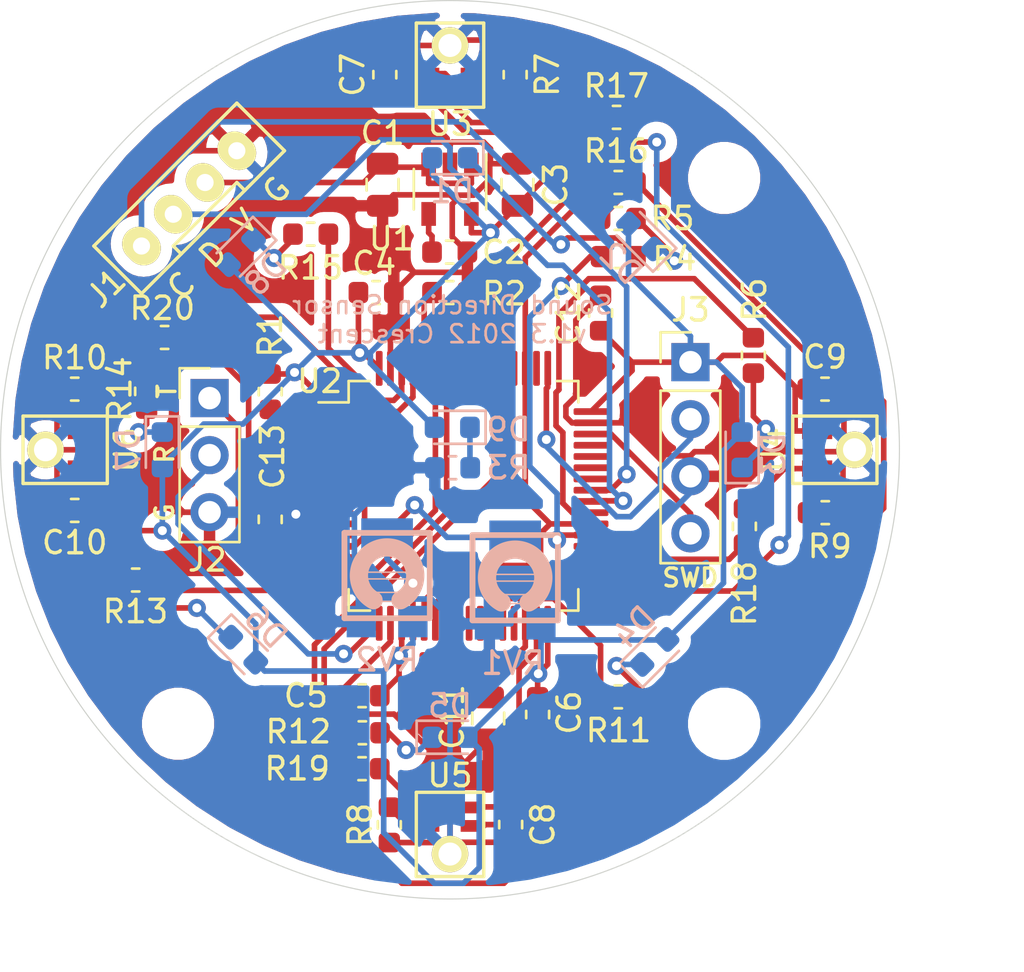
<source format=kicad_pcb>
(kicad_pcb (version 20171130) (host pcbnew "(5.1.2)-1")
  (title_block (title "Sound Direction Sensor") (date 2020-12-29) (rev v1.3) (company Crescent))
  (layers (0 F.Cu signal) (31 B.Cu signal) (34 B.Paste user) (35 F.Paste user) (36 B.SilkS user) (37 F.SilkS user) (38 B.Mask user) (39 F.Mask user) (44 Edge.Cuts user))
  (net 0 "")
  (net 1 +5V)
  (net 2 "Net-(C2-Pad1)")
  (net 3 +3V3)
  (net 4 "Net-(D1-Pad1)")
  (net 5 "Net-(D2-Pad1)")
  (net 6 "Net-(D3-Pad1)")
  (net 7 "Net-(D4-Pad1)")
  (net 8 "Net-(D5-Pad1)")
  (net 9 "Net-(D6-Pad1)")
  (net 10 "Net-(D7-Pad1)")
  (net 11 "Net-(D8-Pad1)")
  (net 12 /I2C_SDA)
  (net 13 /I2C_SCL)
  (net 14 /RX)
  (net 15 /TX)
  (net 16 /SWDIO)
  (net 17 /SWCLK)
  (net 18 "Net-(R1-Pad1)")
  (net 19 "Net-(R2-Pad1)")
  (net 20 /M1_CLK)
  (net 21 /LED1)
  (net 22 /LED2)
  (net 23 /LED3)
  (net 24 "Net-(R7-Pad1)")
  (net 25 "Net-(R8-Pad1)")
  (net 26 "Net-(R9-Pad1)")
  (net 27 "Net-(R10-Pad1)")
  (net 28 /LED4)
  (net 29 /LED5)
  (net 30 /LED6)
  (net 31 /LED7)
  (net 32 /LED8)
  (net 33 /M2_DAT)
  (net 34 /M1_DAT)
  (net 35 GND)
  (net 36 "Net-(C11-Pad1)")
  (net 37 /AD0)
  (net 38 /AD1)
  (net 39 "Net-(D9-Pad1)")
  (net 40 /MIC_CLK)
  (net 41 /SPI1_DAT)
  (net 42 /SPI2_DAT)
  (net 43 /M3_DAT)
  (net 44 /SPI3_DAT)
  (net 45 /SPI4_DAT)
  (net 46 /M4_DAT)
  (module RV:rcl-RTRIMCVR42A (layer B.Cu) (at 97.2 105.6 180)
    (fp_text reference RV2 (at 0 -3.75 180) (layer B.SilkS) (effects (justify mirror)))
    (fp_text value R_POT hide)
    (pad 1 smd rect (at -1.14808 -2.04978 180) (size 1.29794 1.39954) (layers B.Cu B.Paste B.Mask) (net 3 +3V3))
    (pad 2 smd rect (at 0 1.79832 180) (size 2.2987 1.4986) (layers B.Cu B.Paste B.Mask) (net 38 /AD1))
    (pad 3 smd rect (at 1.14808 -2.04978 180) (size 1.29794 1.39954) (layers B.Cu B.Paste B.Mask) (net 35 GND))
  )
  (module Package_QFP:LQFP-64_10x10mm_P0.5mm (layer F.Cu) (at 100.6 102.05)
    (fp_text reference U2 (at -6.4 -5.1) (layer F.SilkS))
    (fp_text value STM32F411RETx)
    (pad 64 smd roundrect (at -3.75 -5.675) (size 0.3 1.55) (layers F.Cu F.Paste F.Mask) (net 3 +3V3))
    (pad 63 smd roundrect (at -3.25 -5.675) (size 0.3 1.55) (layers F.Cu F.Paste F.Mask) (net 35 GND))
    (pad 62 smd roundrect (at -2.75 -5.675) (size 0.3 1.55) (layers F.Cu F.Paste F.Mask) (net 32 /LED8))
    (pad 61 smd roundrect (at -2.25 -5.675) (size 0.3 1.55) (layers F.Cu F.Paste F.Mask) (net 31 /LED7))
    (pad 60 smd roundrect (at -1.75 -5.675) (size 0.3 1.55) (layers F.Cu F.Paste F.Mask) (net 19 "Net-(R2-Pad1)"))
    (pad 59 smd roundrect (at -1.25 -5.675) (size 0.3 1.55) (layers F.Cu F.Paste F.Mask) (net 30 /LED6))
    (pad 58 smd roundrect (at -0.75 -5.675) (size 0.3 1.55) (layers F.Cu F.Paste F.Mask) (net 29 /LED5))
    (pad 57 smd roundrect (at -0.25 -5.675) (size 0.3 1.55) (layers F.Cu F.Paste F.Mask) (net 22 /LED2))
    (pad 56 smd roundrect (at 0.25 -5.675) (size 0.3 1.55) (layers F.Cu F.Paste F.Mask))
    (pad 55 smd roundrect (at 0.75 -5.675) (size 0.3 1.55) (layers F.Cu F.Paste F.Mask))
    (pad 54 smd roundrect (at 1.25 -5.675) (size 0.3 1.55) (layers F.Cu F.Paste F.Mask))
    (pad 53 smd roundrect (at 1.75 -5.675) (size 0.3 1.55) (layers F.Cu F.Paste F.Mask) (net 44 /SPI3_DAT))
    (pad 52 smd roundrect (at 2.25 -5.675) (size 0.3 1.55) (layers F.Cu F.Paste F.Mask))
    (pad 51 smd roundrect (at 2.75 -5.675) (size 0.3 1.55) (layers F.Cu F.Paste F.Mask) (net 40 /MIC_CLK))
    (pad 50 smd roundrect (at 3.25 -5.675) (size 0.3 1.55) (layers F.Cu F.Paste F.Mask))
    (pad 49 smd roundrect (at 3.75 -5.675) (size 0.3 1.55) (layers F.Cu F.Paste F.Mask) (net 17 /SWCLK))
    (pad 48 smd roundrect (at 5.675 -3.75) (size 1.55 0.3) (layers F.Cu F.Paste F.Mask) (net 3 +3V3))
    (pad 47 smd roundrect (at 5.675 -3.25) (size 1.55 0.3) (layers F.Cu F.Paste F.Mask) (net 35 GND))
    (pad 46 smd roundrect (at 5.675 -2.75) (size 1.55 0.3) (layers F.Cu F.Paste F.Mask) (net 16 /SWDIO))
    (pad 45 smd roundrect (at 5.675 -2.25) (size 1.55 0.3) (layers F.Cu F.Paste F.Mask))
    (pad 44 smd roundrect (at 5.675 -1.75) (size 1.55 0.3) (layers F.Cu F.Paste F.Mask))
    (pad 43 smd roundrect (at 5.675 -1.25) (size 1.55 0.3) (layers F.Cu F.Paste F.Mask))
    (pad 42 smd roundrect (at 5.675 -0.75) (size 1.55 0.3) (layers F.Cu F.Paste F.Mask))
    (pad 41 smd roundrect (at 5.675 -0.25) (size 1.55 0.3) (layers F.Cu F.Paste F.Mask) (net 13 /I2C_SCL))
    (pad 40 smd roundrect (at 5.675 0.25) (size 1.55 0.3) (layers F.Cu F.Paste F.Mask) (net 12 /I2C_SDA))
    (pad 39 smd roundrect (at 5.675 0.75) (size 1.55 0.3) (layers F.Cu F.Paste F.Mask) (net 23 /LED3))
    (pad 38 smd roundrect (at 5.675 1.25) (size 1.55 0.3) (layers F.Cu F.Paste F.Mask) (net 40 /MIC_CLK))
    (pad 37 smd roundrect (at 5.675 1.75) (size 1.55 0.3) (layers F.Cu F.Paste F.Mask) (net 21 /LED1))
    (pad 36 smd roundrect (at 5.675 2.25) (size 1.55 0.3) (layers F.Cu F.Paste F.Mask) (net 42 /SPI2_DAT))
    (pad 35 smd roundrect (at 5.675 2.75) (size 1.55 0.3) (layers F.Cu F.Paste F.Mask))
    (pad 34 smd roundrect (at 5.675 3.25) (size 1.55 0.3) (layers F.Cu F.Paste F.Mask) (net 40 /MIC_CLK))
    (pad 33 smd roundrect (at 5.675 3.75) (size 1.55 0.3) (layers F.Cu F.Paste F.Mask))
    (pad 32 smd roundrect (at 3.75 5.675) (size 0.3 1.55) (layers F.Cu F.Paste F.Mask) (net 3 +3V3))
    (pad 31 smd roundrect (at 3.25 5.675) (size 0.3 1.55) (layers F.Cu F.Paste F.Mask) (net 35 GND))
    (pad 30 smd roundrect (at 2.75 5.675) (size 0.3 1.55) (layers F.Cu F.Paste F.Mask) (net 36 "Net-(C11-Pad1)"))
    (pad 29 smd roundrect (at 2.25 5.675) (size 0.3 1.55) (layers F.Cu F.Paste F.Mask))
    (pad 28 smd roundrect (at 1.75 5.675) (size 0.3 1.55) (layers F.Cu F.Paste F.Mask))
    (pad 27 smd roundrect (at 1.25 5.675) (size 0.3 1.55) (layers F.Cu F.Paste F.Mask) (net 28 /LED4))
    (pad 26 smd roundrect (at 0.75 5.675) (size 0.3 1.55) (layers F.Cu F.Paste F.Mask))
    (pad 25 smd roundrect (at 0.25 5.675) (size 0.3 1.55) (layers F.Cu F.Paste F.Mask))
    (pad 24 smd roundrect (at -0.25 5.675) (size 0.3 1.55) (layers F.Cu F.Paste F.Mask))
    (pad 23 smd roundrect (at -0.75 5.675) (size 0.3 1.55) (layers F.Cu F.Paste F.Mask))
    (pad 22 smd roundrect (at -1.25 5.675) (size 0.3 1.55) (layers F.Cu F.Paste F.Mask) (net 41 /SPI1_DAT))
    (pad 21 smd roundrect (at -1.75 5.675) (size 0.3 1.55) (layers F.Cu F.Paste F.Mask) (net 40 /MIC_CLK))
    (pad 20 smd roundrect (at -2.25 5.675) (size 0.3 1.55) (layers F.Cu F.Paste F.Mask) (net 38 /AD1))
    (pad 19 smd roundrect (at -2.75 5.675) (size 0.3 1.55) (layers F.Cu F.Paste F.Mask) (net 3 +3V3))
    (pad 18 smd roundrect (at -3.25 5.675) (size 0.3 1.55) (layers F.Cu F.Paste F.Mask) (net 35 GND))
    (pad 17 smd roundrect (at -3.75 5.675) (size 0.3 1.55) (layers F.Cu F.Paste F.Mask) (net 14 /RX))
    (pad 16 smd roundrect (at -5.675 3.75) (size 1.55 0.3) (layers F.Cu F.Paste F.Mask) (net 15 /TX))
    (pad 15 smd roundrect (at -5.675 3.25) (size 1.55 0.3) (layers F.Cu F.Paste F.Mask) (net 45 /SPI4_DAT))
    (pad 14 smd roundrect (at -5.675 2.75) (size 1.55 0.3) (layers F.Cu F.Paste F.Mask) (net 37 /AD0))
    (pad 13 smd roundrect (at -5.675 2.25) (size 1.55 0.3) (layers F.Cu F.Paste F.Mask) (net 3 +3V3))
    (pad 12 smd roundrect (at -5.675 1.75) (size 1.55 0.3) (layers F.Cu F.Paste F.Mask) (net 35 GND))
    (pad 11 smd roundrect (at -5.675 1.25) (size 1.55 0.3) (layers F.Cu F.Paste F.Mask))
    (pad 10 smd roundrect (at -5.675 0.75) (size 1.55 0.3) (layers F.Cu F.Paste F.Mask))
    (pad 9 smd roundrect (at -5.675 0.25) (size 1.55 0.3) (layers F.Cu F.Paste F.Mask))
    (pad 8 smd roundrect (at -5.675 -0.25) (size 1.55 0.3) (layers F.Cu F.Paste F.Mask))
    (pad 7 smd roundrect (at -5.675 -0.75) (size 1.55 0.3) (layers F.Cu F.Paste F.Mask) (net 18 "Net-(R1-Pad1)"))
    (pad 6 smd roundrect (at -5.675 -1.25) (size 1.55 0.3) (layers F.Cu F.Paste F.Mask))
    (pad 5 smd roundrect (at -5.675 -1.75) (size 1.55 0.3) (layers F.Cu F.Paste F.Mask))
    (pad 4 smd roundrect (at -5.675 -2.25) (size 1.55 0.3) (layers F.Cu F.Paste F.Mask))
    (pad 3 smd roundrect (at -5.675 -2.75) (size 1.55 0.3) (layers F.Cu F.Paste F.Mask))
    (pad 2 smd roundrect (at -5.675 -3.25) (size 1.55 0.3) (layers F.Cu F.Paste F.Mask))
    (pad 1 smd roundrect (at -5.675 -3.75) (size 1.55 0.3) (layers F.Cu F.Paste F.Mask) (net 3 +3V3))
  )
  (module Capacitor_SMD:C_0603_1608Metric (layer F.Cu) (at 92 103.1 90)
    (fp_text reference C13 (at 2.8 0.1 90) (layer F.SilkS))
    (fp_text value 0.1u)
    (pad 2 smd roundrect (at 0.7875 0 90) (size 0.875 0.95) (layers F.Cu F.Paste F.Mask) (net 35 GND))
    (pad 1 smd roundrect (at -0.7875 0 90) (size 0.875 0.95) (layers F.Cu F.Paste F.Mask) (net 3 +3V3))
  )
  (module Capacitor_SMD:C_0603_1608Metric (layer F.Cu) (at 106.7 93.9125 90)
    (fp_text reference C12 (at 0 -1.43 90) (layer F.SilkS))
    (fp_text value 0.1u)
    (pad 2 smd roundrect (at 0.7875 0 90) (size 0.875 0.95) (layers F.Cu F.Paste F.Mask) (net 35 GND))
    (pad 1 smd roundrect (at -0.7875 0 90) (size 0.875 0.95) (layers F.Cu F.Paste F.Mask) (net 3 +3V3))
  )
  (module Capacitor_SMD:C_0805_2012Metric (layer F.Cu) (at 101.7 111.962 270)
    (fp_text reference C11 (at -0.062 1.6 270) (layer F.SilkS))
    (fp_text value 4.7u)
    (pad 2 smd roundrect (at 0.9375 0 270) (size 0.975 1.4) (layers F.Cu F.Paste F.Mask) (net 35 GND))
    (pad 1 smd roundrect (at -0.9375 0 270) (size 0.975 1.4) (layers F.Cu F.Paste F.Mask) (net 36 "Net-(C11-Pad1)"))
  )
  (module MountingHole:MountingHole_2.2mm_M2 (layer F.Cu) (at 112.2 112.2)
    (fp_text reference REF2 hide)
    (fp_text value MountingHole_2.2mm_M2)
    (pad 1 np_thru_hole circle (at 0 0) (size 2.2 2.2) (drill 2.2) (layers *.Cu *.Mask))
  )
  (module MountingHole:MountingHole_2.2mm_M2 (layer F.Cu) (at 112.2 87.9)
    (fp_text reference REF1 hide)
    (fp_text value MountingHole_2.2mm_M2)
    (pad 1 np_thru_hole circle (at 0 0) (size 2.2 2.2) (drill 2.2) (layers *.Cu *.Mask))
  )
  (module MountingHole:MountingHole_2.2mm_M2 (layer F.Cu) (at 87.9 112.2)
    (fp_text reference REF3 hide)
    (fp_text value MountingHole_2.2mm_M2)
    (pad 1 np_thru_hole circle (at 0 0) (size 2.2 2.2) (drill 2.2) (layers *.Cu *.Mask))
  )
  (module SPH0641LU4H:SPH0641LU4H (layer F.Cu) (at 82 100 270)
    (fp_text reference U6 (at 0 -3.6 90) (layer F.SilkS))
    (fp_text value SPH0641LU4H)
    (pad 1 smd rect (at -0.8375 -2.074 270) (size 0.725 0.522) (layers F.Cu F.Paste F.Mask) (net 46 /M4_DAT))
    (pad 5 smd rect (at 0.8375 -2.074 270) (size 0.725 0.522) (layers F.Cu F.Paste F.Mask) (net 3 +3V3))
    (pad 4 smd rect (at 0.8375 -1.252 270) (size 0.725 0.522) (layers F.Cu F.Paste F.Mask) (net 20 /M1_CLK))
    (pad 2 smd rect (at -0.8375 -1.252 270) (size 0.725 0.522) (layers F.Cu F.Paste F.Mask) (net 27 "Net-(R10-Pad1)"))
    (pad 3 thru_hole circle (at 0 0 270) (size 1.625 1.625) (drill 1.025) (layers *.Cu *.Mask F.SilkS) (net 35 GND))
  )
  (module SPH0641LU4H:SPH0641LU4H (layer F.Cu) (at 100 118)
    (fp_text reference U5 (at 0 -3.5) (layer F.SilkS))
    (fp_text value SPH0641LU4H)
    (pad 1 smd rect (at -0.8375 -2.074) (size 0.725 0.522) (layers F.Cu F.Paste F.Mask) (net 43 /M3_DAT))
    (pad 5 smd rect (at 0.8375 -2.074) (size 0.725 0.522) (layers F.Cu F.Paste F.Mask) (net 3 +3V3))
    (pad 4 smd rect (at 0.8375 -1.252) (size 0.725 0.522) (layers F.Cu F.Paste F.Mask) (net 20 /M1_CLK))
    (pad 2 smd rect (at -0.8375 -1.252) (size 0.725 0.522) (layers F.Cu F.Paste F.Mask) (net 25 "Net-(R8-Pad1)"))
    (pad 3 thru_hole circle (at 0 0) (size 1.625 1.625) (drill 1.025) (layers *.Cu *.Mask F.SilkS) (net 35 GND))
  )
  (module SPH0641LU4H:SPH0641LU4H (layer F.Cu) (at 118 100 90)
    (fp_text reference U4 (at 0 -3.6 90) (layer F.SilkS))
    (fp_text value SPH0641LU4H)
    (pad 1 smd rect (at -0.8375 -2.074 90) (size 0.725 0.522) (layers F.Cu F.Paste F.Mask) (net 33 /M2_DAT))
    (pad 5 smd rect (at 0.8375 -2.074 90) (size 0.725 0.522) (layers F.Cu F.Paste F.Mask) (net 3 +3V3))
    (pad 4 smd rect (at 0.8375 -1.252 90) (size 0.725 0.522) (layers F.Cu F.Paste F.Mask) (net 20 /M1_CLK))
    (pad 2 smd rect (at -0.8375 -1.252 90) (size 0.725 0.522) (layers F.Cu F.Paste F.Mask) (net 26 "Net-(R9-Pad1)"))
    (pad 3 thru_hole circle (at 0 0 90) (size 1.625 1.625) (drill 1.025) (layers *.Cu *.Mask F.SilkS) (net 35 GND))
  )
  (module SPH0641LU4H:SPH0641LU4H (layer F.Cu) (at 100 82 180)
    (fp_text reference U3 (at 0 -3.5) (layer F.SilkS))
    (fp_text value SPH0641LU4H)
    (pad 1 smd rect (at -0.8375 -2.074 180) (size 0.725 0.522) (layers F.Cu F.Paste F.Mask) (net 34 /M1_DAT))
    (pad 5 smd rect (at 0.8375 -2.074 180) (size 0.725 0.522) (layers F.Cu F.Paste F.Mask) (net 3 +3V3))
    (pad 4 smd rect (at 0.8375 -1.252 180) (size 0.725 0.522) (layers F.Cu F.Paste F.Mask) (net 20 /M1_CLK))
    (pad 2 smd rect (at -0.8375 -1.252 180) (size 0.725 0.522) (layers F.Cu F.Paste F.Mask) (net 24 "Net-(R7-Pad1)"))
    (pad 3 thru_hole circle (at 0 0 180) (size 1.625 1.625) (drill 1.025) (layers *.Cu *.Mask F.SilkS) (net 35 GND))
  )
  (module Package_TO_SOT_SMD:SOT-23-5 (layer F.Cu) (at 100 88.4 270)
    (fp_text reference U1 (at 2.2 2.6 180) (layer F.SilkS))
    (fp_text value LD3985M33R_SOT23)
    (pad 5 smd rect (at 1.1 -0.95 270) (size 1.06 0.65) (layers F.Cu F.Paste F.Mask) (net 3 +3V3))
    (pad 4 smd rect (at 1.1 0.95 270) (size 1.06 0.65) (layers F.Cu F.Paste F.Mask) (net 2 "Net-(C2-Pad1)"))
    (pad 3 smd rect (at -1.1 0.95 270) (size 1.06 0.65) (layers F.Cu F.Paste F.Mask) (net 1 +5V))
    (pad 2 smd rect (at -1.1 0 270) (size 1.06 0.65) (layers F.Cu F.Paste F.Mask) (net 35 GND))
    (pad 1 smd rect (at -1.1 -0.95 270) (size 1.06 0.65) (layers F.Cu F.Paste F.Mask) (net 1 +5V))
  )
  (module Resistor_SMD:R_0603_1608Metric (layer F.Cu) (at 93.8 90.4 180)
    (fp_text reference R15 (at 0.0125 -1.5) (layer F.SilkS))
    (fp_text value 1k)
    (pad 2 smd roundrect (at 0.7875 0 180) (size 0.875 0.95) (layers F.Cu F.Paste F.Mask) (net 11 "Net-(D8-Pad1)"))
    (pad 1 smd roundrect (at -0.7875 0 180) (size 0.875 0.95) (layers F.Cu F.Paste F.Mask) (net 32 /LED8))
  )
  (module Resistor_SMD:R_0603_1608Metric (layer F.Cu) (at 86.5 97.4 270)
    (fp_text reference R14 (at -0.1 1.2 90) (layer F.SilkS))
    (fp_text value 1k)
    (pad 2 smd roundrect (at 0.7875 0 270) (size 0.875 0.95) (layers F.Cu F.Paste F.Mask) (net 10 "Net-(D7-Pad1)"))
    (pad 1 smd roundrect (at -0.7875 0 270) (size 0.875 0.95) (layers F.Cu F.Paste F.Mask) (net 31 /LED7))
  )
  (module Resistor_SMD:R_0603_1608Metric (layer F.Cu) (at 86.0125 105.8 180)
    (fp_text reference R13 (at 0.0125 -1.4) (layer F.SilkS))
    (fp_text value 1k)
    (pad 2 smd roundrect (at 0.7875 0 180) (size 0.875 0.95) (layers F.Cu F.Paste F.Mask) (net 9 "Net-(D6-Pad1)"))
    (pad 1 smd roundrect (at -0.7875 0 180) (size 0.875 0.95) (layers F.Cu F.Paste F.Mask) (net 30 /LED6))
  )
  (module Resistor_SMD:R_0603_1608Metric (layer F.Cu) (at 96.1 112.6)
    (fp_text reference R12 (at -2.85 -0.05) (layer F.SilkS))
    (fp_text value 1k)
    (pad 2 smd roundrect (at 0.7875 0) (size 0.875 0.95) (layers F.Cu F.Paste F.Mask) (net 8 "Net-(D5-Pad1)"))
    (pad 1 smd roundrect (at -0.7875 0) (size 0.875 0.95) (layers F.Cu F.Paste F.Mask) (net 29 /LED5))
  )
  (module Resistor_SMD:R_0603_1608Metric (layer F.Cu) (at 107.488 111)
    (fp_text reference R11 (at 0.012 1.5) (layer F.SilkS))
    (fp_text value 1k)
    (pad 2 smd roundrect (at 0.7875 0) (size 0.875 0.95) (layers F.Cu F.Paste F.Mask) (net 7 "Net-(D4-Pad1)"))
    (pad 1 smd roundrect (at -0.7875 0) (size 0.875 0.95) (layers F.Cu F.Paste F.Mask) (net 28 /LED4))
  )
  (module Resistor_SMD:R_0603_1608Metric (layer F.Cu) (at 83.3 97.3 180)
    (fp_text reference R10 (at 0 1.4) (layer F.SilkS))
    (fp_text value 10k)
    (pad 2 smd roundrect (at 0.7875 0 180) (size 0.875 0.95) (layers F.Cu F.Paste F.Mask) (net 35 GND))
    (pad 1 smd roundrect (at -0.7875 0 180) (size 0.875 0.95) (layers F.Cu F.Paste F.Mask) (net 27 "Net-(R10-Pad1)"))
  )
  (module Resistor_SMD:R_0603_1608Metric (layer F.Cu) (at 116.7 102.8)
    (fp_text reference R9 (at 0.2 1.5) (layer F.SilkS))
    (fp_text value 10k)
    (pad 2 smd roundrect (at 0.7875 0) (size 0.875 0.95) (layers F.Cu F.Paste F.Mask) (net 35 GND))
    (pad 1 smd roundrect (at -0.7875 0) (size 0.875 0.95) (layers F.Cu F.Paste F.Mask) (net 26 "Net-(R9-Pad1)"))
  )
  (module Resistor_SMD:R_0603_1608Metric (layer F.Cu) (at 97.3 116.7 270)
    (fp_text reference R8 (at 0 1.3 90) (layer F.SilkS))
    (fp_text value 10k)
    (pad 2 smd roundrect (at 0.7875 0 270) (size 0.875 0.95) (layers F.Cu F.Paste F.Mask) (net 35 GND))
    (pad 1 smd roundrect (at -0.7875 0 270) (size 0.875 0.95) (layers F.Cu F.Paste F.Mask) (net 25 "Net-(R8-Pad1)"))
  )
  (module Resistor_SMD:R_0603_1608Metric (layer F.Cu) (at 102.9 83.3 270)
    (fp_text reference R7 (at 0 -1.43 90) (layer F.SilkS))
    (fp_text value 10k)
    (pad 2 smd roundrect (at 0.7875 0 270) (size 0.875 0.95) (layers F.Cu F.Paste F.Mask) (net 35 GND))
    (pad 1 smd roundrect (at -0.7875 0 270) (size 0.875 0.95) (layers F.Cu F.Paste F.Mask) (net 24 "Net-(R7-Pad1)"))
  )
  (module Resistor_SMD:R_0603_1608Metric (layer F.Cu) (at 113.5 95.8 270)
    (fp_text reference R6 (at -2.4875 -0.05 90) (layer F.SilkS))
    (fp_text value 1k)
    (pad 2 smd roundrect (at 0.7875 0 270) (size 0.875 0.95) (layers F.Cu F.Paste F.Mask) (net 6 "Net-(D3-Pad1)"))
    (pad 1 smd roundrect (at -0.7875 0 270) (size 0.875 0.95) (layers F.Cu F.Paste F.Mask) (net 23 /LED3))
  )
  (module Resistor_SMD:R_0603_1608Metric (layer F.Cu) (at 107.488 89.7)
    (fp_text reference R5 (at 2.4125 0) (layer F.SilkS))
    (fp_text value 1k)
    (pad 2 smd roundrect (at 0.7875 0) (size 0.875 0.95) (layers F.Cu F.Paste F.Mask) (net 5 "Net-(D2-Pad1)"))
    (pad 1 smd roundrect (at -0.7875 0) (size 0.875 0.95) (layers F.Cu F.Paste F.Mask) (net 22 /LED2))
  )
  (module Resistor_SMD:R_0603_1608Metric (layer F.Cu) (at 107.488 91.4)
    (fp_text reference R4 (at 2.5 0.1) (layer F.SilkS))
    (fp_text value 1k)
    (pad 2 smd roundrect (at 0.7875 0) (size 0.875 0.95) (layers F.Cu F.Paste F.Mask) (net 4 "Net-(D1-Pad1)"))
    (pad 1 smd roundrect (at -0.7875 0) (size 0.875 0.95) (layers F.Cu F.Paste F.Mask) (net 21 /LED1))
  )
  (module Resistor_SMD:R_0603_1608Metric (layer F.Cu) (at 99.9875 93)
    (fp_text reference R2 (at 2.4195 0.05) (layer F.SilkS))
    (fp_text value 20k)
    (pad 2 smd roundrect (at 0.7875 0) (size 0.875 0.95) (layers F.Cu F.Paste F.Mask) (net 35 GND))
    (pad 1 smd roundrect (at -0.7875 0) (size 0.875 0.95) (layers F.Cu F.Paste F.Mask) (net 19 "Net-(R2-Pad1)"))
  )
  (module Resistor_SMD:R_0603_1608Metric (layer F.Cu) (at 92 97.4125 90)
    (fp_text reference R1 (at 2.5 0 90) (layer F.SilkS))
    (fp_text value 20k)
    (pad 2 smd roundrect (at 0.7875 0 90) (size 0.875 0.95) (layers F.Cu F.Paste F.Mask) (net 3 +3V3))
    (pad 1 smd roundrect (at -0.7875 0 90) (size 0.875 0.95) (layers F.Cu F.Paste F.Mask) (net 18 "Net-(R1-Pad1)"))
  )
  (module Connector_PinHeader_2.54mm:PinHeader_1x04_P2.54mm_Vertical (layer F.Cu) (at 110.7 96.1)
    (fp_text reference J3 (at 0 -2.33) (layer F.SilkS))
    (fp_text value SWD)
    (pad 4 thru_hole oval (at 0 7.62) (size 1.7 1.7) (drill 1) (layers *.Cu *.Mask) (net 16 /SWDIO))
    (pad 3 thru_hole oval (at 0 5.08) (size 1.7 1.7) (drill 1) (layers *.Cu *.Mask) (net 35 GND))
    (pad 2 thru_hole oval (at 0 2.54) (size 1.7 1.7) (drill 1) (layers *.Cu *.Mask) (net 17 /SWCLK))
    (pad 1 thru_hole rect (at 0 0) (size 1.7 1.7) (drill 1) (layers *.Cu *.Mask) (net 3 +3V3))
  )
  (module Connector_PinHeader_2.54mm:PinHeader_1x03_P2.54mm_Vertical (layer F.Cu) (at 89.3 97.7)
    (fp_text reference J2 (at -0.1 7.2) (layer F.SilkS))
    (fp_text value UART)
    (pad 3 thru_hole oval (at 0 5.08) (size 1.7 1.7) (drill 1) (layers *.Cu *.Mask) (net 35 GND))
    (pad 2 thru_hole oval (at 0 2.54) (size 1.7 1.7) (drill 1) (layers *.Cu *.Mask) (net 14 /RX))
    (pad 1 thru_hole rect (at 0 0) (size 1.7 1.7) (drill 1) (layers *.Cu *.Mask) (net 15 /TX))
  )
  (module GroveCon:GROVE (layer F.Cu) (at 86.2716 90.9284 45)
    (fp_text reference J1 (at -2.434672 0.212132 45) (layer F.SilkS))
    (fp_text value GROVE)
    (fp_text user G (at 6 2.5 45) (layer F.SilkS))
    (fp_text user V (at 4 2.5 45) (layer F.SilkS))
    (fp_text user D (at 2 2.5 45) (layer F.SilkS))
    (fp_text user C (at 0 2.5 45) (layer F.SilkS))
    (pad 4 thru_hole oval (at 6 0 45) (size 1.524 1.8) (drill 0.762) (layers *.Cu *.Paste *.Mask F.SilkS) (net 35 GND))
    (pad 3 thru_hole oval (at 4 0 45) (size 1.524 1.8) (drill 0.762) (layers *.Cu *.Paste *.Mask F.SilkS) (net 1 +5V))
    (pad 2 thru_hole oval (at 2 0 45) (size 1.524 1.8) (drill 0.762) (layers *.Cu *.Paste *.Mask F.SilkS) (net 12 /I2C_SDA))
    (pad 1 thru_hole oval (at 0 0 45) (size 1.524 1.8) (drill 0.762) (layers *.Cu *.Paste *.Mask F.SilkS) (net 13 /I2C_SCL))
  )
  (module Diode_SMD:D_0603_1608Metric (layer B.Cu) (at 90.7 91.2 225)
    (fp_text reference D8 (at -0.070711 -1.484924 225) (layer B.SilkS) (effects (justify mirror)))
    (fp_text value LED)
    (pad 2 smd roundrect (at 0.7875 0 225) (size 0.875 0.95) (layers B.Cu B.Paste B.Mask) (net 3 +3V3))
    (pad 1 smd roundrect (at -0.7875 0 225) (size 0.875 0.95) (layers B.Cu B.Paste B.Mask) (net 11 "Net-(D8-Pad1)"))
  )
  (module Diode_SMD:D_0603_1608Metric (layer B.Cu) (at 87.2 100 270)
    (fp_text reference D7 (at 0 1.5 270) (layer B.SilkS) (effects (justify mirror)))
    (fp_text value LED)
    (pad 2 smd roundrect (at 0.7875 0 270) (size 0.875 0.95) (layers B.Cu B.Paste B.Mask) (net 3 +3V3))
    (pad 1 smd roundrect (at -0.7875 0 270) (size 0.875 0.95) (layers B.Cu B.Paste B.Mask) (net 10 "Net-(D7-Pad1)"))
  )
  (module Diode_SMD:D_0603_1608Metric (layer B.Cu) (at 90.8 108.9 315)
    (fp_text reference D6 (at 0 -1.414214 315) (layer B.SilkS) (effects (justify mirror)))
    (fp_text value LED)
    (pad 2 smd roundrect (at 0.7875 0 315) (size 0.875 0.95) (layers B.Cu B.Paste B.Mask) (net 3 +3V3))
    (pad 1 smd roundrect (at -0.7875 0 315) (size 0.875 0.95) (layers B.Cu B.Paste B.Mask) (net 9 "Net-(D6-Pad1)"))
  )
  (module Diode_SMD:D_0603_1608Metric (layer B.Cu) (at 100 112.8)
    (fp_text reference D5 (at 0 -1.4) (layer B.SilkS) (effects (justify mirror)))
    (fp_text value LED)
    (pad 2 smd roundrect (at 0.7875 0) (size 0.875 0.95) (layers B.Cu B.Paste B.Mask) (net 3 +3V3))
    (pad 1 smd roundrect (at -0.7875 0) (size 0.875 0.95) (layers B.Cu B.Paste B.Mask) (net 8 "Net-(D5-Pad1)"))
  )
  (module Diode_SMD:D_0603_1608Metric (layer B.Cu) (at 109.1 109 45)
    (fp_text reference D4 (at 0.141421 -1.414214 225) (layer B.SilkS) (effects (justify mirror)))
    (fp_text value LED)
    (pad 2 smd roundrect (at 0.7875 0 45) (size 0.875 0.95) (layers B.Cu B.Paste B.Mask) (net 3 +3V3))
    (pad 1 smd roundrect (at -0.7875 0 45) (size 0.875 0.95) (layers B.Cu B.Paste B.Mask) (net 7 "Net-(D4-Pad1)"))
  )
  (module Diode_SMD:D_0603_1608Metric (layer B.Cu) (at 113 100 90)
    (fp_text reference D3 (at -0.2 1.4 -90) (layer B.SilkS) (effects (justify mirror)))
    (fp_text value LED)
    (pad 2 smd roundrect (at 0.7875 0 90) (size 0.875 0.95) (layers B.Cu B.Paste B.Mask) (net 3 +3V3))
    (pad 1 smd roundrect (at -0.7875 0 90) (size 0.875 0.95) (layers B.Cu B.Paste B.Mask) (net 6 "Net-(D3-Pad1)"))
  )
  (module Diode_SMD:D_0603_1608Metric (layer B.Cu) (at 108.5 90.5 135)
    (fp_text reference D2 (at -0.212132 -1.484924 -45) (layer B.SilkS) (effects (justify mirror)))
    (fp_text value LED)
    (pad 2 smd roundrect (at 0.7875 0 135) (size 0.875 0.95) (layers B.Cu B.Paste B.Mask) (net 3 +3V3))
    (pad 1 smd roundrect (at -0.7875 0 135) (size 0.875 0.95) (layers B.Cu B.Paste B.Mask) (net 5 "Net-(D2-Pad1)"))
  )
  (module Diode_SMD:D_0603_1608Metric (layer B.Cu) (at 100 87 180)
    (fp_text reference D1 (at -0.1 -1.5) (layer B.SilkS) (effects (justify mirror)))
    (fp_text value LED)
    (pad 2 smd roundrect (at 0.7875 0 180) (size 0.875 0.95) (layers B.Cu B.Paste B.Mask) (net 3 +3V3))
    (pad 1 smd roundrect (at -0.7875 0 180) (size 0.875 0.95) (layers B.Cu B.Paste B.Mask) (net 4 "Net-(D1-Pad1)"))
  )
  (module Capacitor_SMD:C_0603_1608Metric (layer F.Cu) (at 83.3 102.7 180)
    (fp_text reference C10 (at 0 -1.43) (layer F.SilkS))
    (fp_text value 0.1u)
    (pad 2 smd roundrect (at 0.7875 0 180) (size 0.875 0.95) (layers F.Cu F.Paste F.Mask) (net 35 GND))
    (pad 1 smd roundrect (at -0.7875 0 180) (size 0.875 0.95) (layers F.Cu F.Paste F.Mask) (net 3 +3V3))
  )
  (module Capacitor_SMD:C_0603_1608Metric (layer F.Cu) (at 116.688 97.3)
    (fp_text reference C9 (at 0 -1.43) (layer F.SilkS))
    (fp_text value 0.1u)
    (pad 2 smd roundrect (at 0.7875 0) (size 0.875 0.95) (layers F.Cu F.Paste F.Mask) (net 35 GND))
    (pad 1 smd roundrect (at -0.7875 0) (size 0.875 0.95) (layers F.Cu F.Paste F.Mask) (net 3 +3V3))
  )
  (module Capacitor_SMD:C_0603_1608Metric (layer F.Cu) (at 102.7 116.688 270)
    (fp_text reference C8 (at 0 -1.43 90) (layer F.SilkS))
    (fp_text value 0.1u)
    (pad 2 smd roundrect (at 0.7875 0 270) (size 0.875 0.95) (layers F.Cu F.Paste F.Mask) (net 35 GND))
    (pad 1 smd roundrect (at -0.7875 0 270) (size 0.875 0.95) (layers F.Cu F.Paste F.Mask) (net 3 +3V3))
  )
  (module Capacitor_SMD:C_0603_1608Metric (layer F.Cu) (at 97.1 83.3 90)
    (fp_text reference C7 (at 0 -1.43 90) (layer F.SilkS))
    (fp_text value 0.1u)
    (pad 2 smd roundrect (at 0.7875 0 90) (size 0.875 0.95) (layers F.Cu F.Paste F.Mask) (net 35 GND))
    (pad 1 smd roundrect (at -0.7875 0 90) (size 0.875 0.95) (layers F.Cu F.Paste F.Mask) (net 3 +3V3))
  )
  (module Capacitor_SMD:C_0603_1608Metric (layer F.Cu) (at 103.9 111.788 270)
    (fp_text reference C6 (at -0.0875 -1.4 90) (layer F.SilkS))
    (fp_text value 0.1u)
    (pad 2 smd roundrect (at 0.7875 0 270) (size 0.875 0.95) (layers F.Cu F.Paste F.Mask) (net 35 GND))
    (pad 1 smd roundrect (at -0.7875 0 270) (size 0.875 0.95) (layers F.Cu F.Paste F.Mask) (net 3 +3V3))
  )
  (module Capacitor_SMD:C_0603_1608Metric (layer F.Cu) (at 96.0875 110.95 180)
    (fp_text reference C5 (at 2.5 0) (layer F.SilkS))
    (fp_text value 0.1u)
    (pad 2 smd roundrect (at 0.7875 0 180) (size 0.875 0.95) (layers F.Cu F.Paste F.Mask) (net 35 GND))
    (pad 1 smd roundrect (at -0.7875 0 180) (size 0.875 0.95) (layers F.Cu F.Paste F.Mask) (net 3 +3V3))
  )
  (module Capacitor_SMD:C_0603_1608Metric (layer F.Cu) (at 96.7125 93)
    (fp_text reference C4 (at -0.0875 -1.3) (layer F.SilkS))
    (fp_text value 0.1u)
    (pad 2 smd roundrect (at 0.7875 0) (size 0.875 0.95) (layers F.Cu F.Paste F.Mask) (net 35 GND))
    (pad 1 smd roundrect (at -0.7875 0) (size 0.875 0.95) (layers F.Cu F.Paste F.Mask) (net 3 +3V3))
  )
  (module Capacitor_SMD:C_0805_2012Metric (layer F.Cu) (at 103 88.2 90)
    (fp_text reference C3 (at 0 1.7 270) (layer F.SilkS))
    (fp_text value 2.2u)
    (pad 2 smd roundrect (at 0.9375 0 90) (size 0.975 1.4) (layers F.Cu F.Paste F.Mask) (net 35 GND))
    (pad 1 smd roundrect (at -0.9375 0 90) (size 0.975 1.4) (layers F.Cu F.Paste F.Mask) (net 3 +3V3))
  )
  (module Capacitor_SMD:C_0603_1608Metric (layer F.Cu) (at 99.9875 91.2)
    (fp_text reference C2 (at 2.4125 0) (layer F.SilkS))
    (fp_text value 0.01u)
    (pad 2 smd roundrect (at 0.7875 0) (size 0.875 0.95) (layers F.Cu F.Paste F.Mask) (net 35 GND))
    (pad 1 smd roundrect (at -0.7875 0) (size 0.875 0.95) (layers F.Cu F.Paste F.Mask) (net 2 "Net-(C2-Pad1)"))
  )
  (module Capacitor_SMD:C_0805_2012Metric (layer F.Cu) (at 97 88.2 270)
    (fp_text reference C1 (at -2.3 0 180) (layer F.SilkS))
    (fp_text value 2.2u)
    (pad 2 smd roundrect (at 0.9375 0 270) (size 0.975 1.4) (layers F.Cu F.Paste F.Mask) (net 35 GND))
    (pad 1 smd roundrect (at -0.9375 0 270) (size 0.975 1.4) (layers F.Cu F.Paste F.Mask) (net 1 +5V))
  )
  (module RV:rcl-RTRIMCVR42A (layer B.Cu) (at 102.9 105.698 180)
    (fp_text reference RV1 (at 0.1 -3.80168 180) (layer B.SilkS) (effects (justify mirror)))
    (fp_text value R_POT hide)
    (pad 3 smd rect (at 1.14808 -2.04978 180) (size 1.29794 1.39954) (layers B.Cu B.Paste B.Mask) (net 35 GND))
    (pad 2 smd rect (at 0 1.79832 180) (size 2.2987 1.4986) (layers B.Cu B.Paste B.Mask) (net 37 /AD0))
    (pad 1 smd rect (at -1.14808 -2.04978 180) (size 1.29794 1.39954) (layers B.Cu B.Paste B.Mask) (net 3 +3V3))
  )
  (module Diode_SMD:D_0603_1608Metric (layer B.Cu) (at 100.1 99 180)
    (fp_text reference D9 (at -2.5 -0.1) (layer B.SilkS) (effects (justify mirror)))
    (fp_text value LED hide)
    (pad 1 smd roundrect (at -0.7875 0 180) (size 0.875 0.95) (layers B.Cu B.Paste B.Mask) (net 39 "Net-(D9-Pad1)"))
    (pad 2 smd roundrect (at 0.7875 0 180) (size 0.875 0.95) (layers B.Cu B.Paste B.Mask) (net 3 +3V3))
  )
  (module Resistor_SMD:R_0603_1608Metric (layer B.Cu) (at 100.112 100.8)
    (fp_text reference R3 (at 2.4875 0) (layer B.SilkS) (effects (justify mirror)))
    (fp_text value 1k hide)
    (pad 1 smd roundrect (at -0.7875 0) (size 0.875 0.95) (layers B.Cu B.Paste B.Mask) (net 35 GND))
    (pad 2 smd roundrect (at 0.7875 0) (size 0.875 0.95) (layers B.Cu B.Paste B.Mask) (net 39 "Net-(D9-Pad1)"))
  )
  (module Resistor_SMD:R_0603_1608Metric (layer F.Cu) (at 107.488 88.1 180)
    (fp_text reference R16 (at 0.0875 1.4) (layer F.SilkS))
    (fp_text value 10)
    (pad 2 smd roundrect (at 0.7875 0 180) (size 0.875 0.95) (layers F.Cu F.Paste F.Mask) (net 40 /MIC_CLK))
    (pad 1 smd roundrect (at -0.7875 0 180) (size 0.875 0.95) (layers F.Cu F.Paste F.Mask) (net 20 /M1_CLK))
  )
  (module Resistor_SMD:R_0603_1608Metric (layer F.Cu) (at 107.412 85.2 180)
    (fp_text reference R17 (at 0.0125 1.4) (layer F.SilkS))
    (fp_text value 10)
    (pad 1 smd roundrect (at -0.7875 0 180) (size 0.875 0.95) (layers F.Cu F.Paste F.Mask) (net 34 /M1_DAT))
    (pad 2 smd roundrect (at 0.7875 0 180) (size 0.875 0.95) (layers F.Cu F.Paste F.Mask) (net 41 /SPI1_DAT))
  )
  (module Resistor_SMD:R_0603_1608Metric (layer F.Cu) (at 113.1 103.412 270)
    (fp_text reference R18 (at 2.9875 0 90) (layer F.SilkS))
    (fp_text value 10)
    (pad 2 smd roundrect (at 0.7875 0 270) (size 0.875 0.95) (layers F.Cu F.Paste F.Mask) (net 42 /SPI2_DAT))
    (pad 1 smd roundrect (at -0.7875 0 270) (size 0.875 0.95) (layers F.Cu F.Paste F.Mask) (net 33 /M2_DAT))
  )
  (module Resistor_SMD:R_0603_1608Metric (layer F.Cu) (at 96.0875 114.2 180)
    (fp_text reference R19 (at 2.8875 0) (layer F.SilkS))
    (fp_text value 10)
    (pad 1 smd roundrect (at -0.7875 0 180) (size 0.875 0.95) (layers F.Cu F.Paste F.Mask) (net 43 /M3_DAT))
    (pad 2 smd roundrect (at 0.7875 0 180) (size 0.875 0.95) (layers F.Cu F.Paste F.Mask) (net 44 /SPI3_DAT))
  )
  (module Resistor_SMD:R_0603_1608Metric (layer F.Cu) (at 87.3 95)
    (fp_text reference R20 (at -0.1 -1.3) (layer F.SilkS))
    (fp_text value 10)
    (pad 2 smd roundrect (at 0.7875 0) (size 0.875 0.95) (layers F.Cu F.Paste F.Mask) (net 45 /SPI4_DAT))
    (pad 1 smd roundrect (at -0.7875 0) (size 0.875 0.95) (layers F.Cu F.Paste F.Mask) (net 46 /M4_DAT))
  )
  (gr_text T (at 87.4 97.4 90) (layer F.SilkS) (effects (font (size 0.8 0.8))))
  (gr_text R (at 87.3 100.2 90) (layer F.SilkS) (effects (font (size 0.8 0.8))))
  (gr_text G (at 87.3 102.8 90) (layer F.SilkS) (effects (font (size 0.8 0.8))))
  (gr_text SWD (at 110.7 105.7) (layer F.SilkS) (effects (font (size 0.8 0.8))))
  (gr_text "Sound Direction Sensor\nv1.3 2012 Crescent" (at 100.1 94.2) (layer B.SilkS) (effects (font (size 0.8 0.8) (thickness 0.12)) (justify mirror)))
  (gr_circle (center 100 100) (end 120 100) (layer Edge.Cuts) (width 0.05))
  (segment (start 89.1 88.1) (end 96.1625 88.1) (width 0.25) (layer F.Cu) (net 1))
  (segment (start 96.1625 88.1) (end 97 87.2625) (width 0.25) (layer F.Cu) (net 1))
  (segment (start 99.05 87.4201) (end 97.1576 87.4201) (width 0.25) (layer F.Cu) (net 1))
  (segment (start 97.1576 87.4201) (end 97 87.2625) (width 0.25) (layer F.Cu) (net 1))
  (segment (start 99.05 87.3) (end 99.05 87.4201) (width 0.25) (layer F.Cu) (net 1))
  (segment (start 99.05 87.4677) (end 99.05 87.4201) (width 0.25) (layer F.Cu) (net 1))
  (segment (start 99.05 87.4677) (end 99.05 88.1353) (width 0.25) (layer F.Cu) (net 1))
  (segment (start 100.95 87.3) (end 100.95 88.1353) (width 0.25) (layer F.Cu) (net 1))
  (segment (start 100.95 88.1353) (end 99.05 88.1353) (width 0.25) (layer F.Cu) (net 1))
  (segment (start 99.05 89.5) (end 99.05 90.3353) (width 0.25) (layer F.Cu) (net 2))
  (segment (start 99.05 90.3353) (end 99.2 90.4853) (width 0.25) (layer F.Cu) (net 2))
  (segment (start 99.2 90.4853) (end 99.2 91.2) (width 0.25) (layer F.Cu) (net 2))
  (segment (start 109.6568 108.4432) (end 112.1687 105.9313) (width 0.25) (layer B.Cu) (net 3))
  (segment (start 112.1687 105.9313) (end 112.1687 100.0438) (width 0.25) (layer B.Cu) (net 3))
  (segment (start 112.1687 100.0438) (end 113 99.2125) (width 0.25) (layer B.Cu) (net 3))
  (segment (start 104.0481 108.4675) (end 109.6325 108.4675) (width 0.25) (layer B.Cu) (net 3))
  (segment (start 109.6325 108.4675) (end 109.6568 108.4432) (width 0.25) (layer B.Cu) (net 3))
  (segment (start 84.074 100.8375) (end 84.074 102.6865) (width 0.25) (layer F.Cu) (net 3))
  (segment (start 84.074 102.6865) (end 84.0875 102.7) (width 0.25) (layer F.Cu) (net 3))
  (segment (start 84.0875 102.7) (end 84.9876 103.6001) (width 0.25) (layer F.Cu) (net 3))
  (segment (start 84.9876 103.6001) (end 87.2 103.6001) (width 0.25) (layer F.Cu) (net 3))
  (segment (start 93.9554 95.6828) (end 93.0826 96.5556) (width 0.25) (layer B.Cu) (net 3))
  (segment (start 95.9822 95.6828) (end 93.9554 95.6828) (width 0.25) (layer B.Cu) (net 3))
  (segment (start 93.9554 95.6828) (end 93.9554 95.569) (width 0.25) (layer B.Cu) (net 3))
  (segment (start 93.9554 95.569) (end 90.1432 91.7568) (width 0.25) (layer B.Cu) (net 3))
  (segment (start 96.4559 95.6828) (end 95.9822 95.6828) (width 0.25) (layer B.Cu) (net 3))
  (segment (start 93.0826 96.625) (end 93.25 96.625) (width 0.25) (layer F.Cu) (net 3))
  (segment (start 93.25 96.625) (end 94.925 98.3) (width 0.25) (layer F.Cu) (net 3))
  (segment (start 92 96.625) (end 93.0826 96.625) (width 0.25) (layer F.Cu) (net 3))
  (segment (start 93.0826 96.625) (end 93.0826 96.5556) (width 0.25) (layer F.Cu) (net 3))
  (segment (start 93.0826 96.5556) (end 90.7828 98.8554) (width 0.25) (layer B.Cu) (net 3))
  (segment (start 90.7828 98.8554) (end 89.0445 98.8554) (width 0.25) (layer B.Cu) (net 3))
  (segment (start 89.0445 98.8554) (end 87.2001 100.6998) (width 0.25) (layer B.Cu) (net 3))
  (segment (start 87.2001 100.6998) (end 87.2001 100.7875) (width 0.25) (layer B.Cu) (net 3))
  (segment (start 87.2001 100.7875) (end 87.2 100.7875) (width 0.25) (layer B.Cu) (net 3))
  (segment (start 92 103.8875) (end 92.4125 104.3) (width 0.25) (layer F.Cu) (net 3))
  (segment (start 92.4125 104.3) (end 94.925 104.3) (width 0.25) (layer F.Cu) (net 3))
  (segment (start 97.0487 109.8516) (end 97.7332 109.1671) (width 0.25) (layer B.Cu) (net 3))
  (segment (start 91.3568 109.4568) (end 91.7516 109.8516) (width 0.25) (layer B.Cu) (net 3))
  (segment (start 91.7516 109.8516) (end 97.0487 109.8516) (width 0.25) (layer B.Cu) (net 3))
  (segment (start 103.9297 109.9704) (end 103.9 110.0001) (width 0.25) (layer F.Cu) (net 3))
  (segment (start 103.9 110.0001) (end 103.9 111.0005) (width 0.25) (layer F.Cu) (net 3))
  (segment (start 96.875 110.95) (end 97.7332 110.0918) (width 0.25) (layer F.Cu) (net 3))
  (segment (start 97.7332 110.0918) (end 97.7332 109.1671) (width 0.25) (layer F.Cu) (net 3))
  (segment (start 87.2 103.6001) (end 91.3568 107.7569) (width 0.25) (layer B.Cu) (net 3))
  (segment (start 91.3568 107.7569) (end 91.3568 109.4568) (width 0.25) (layer B.Cu) (net 3))
  (segment (start 96.4559 95.6828) (end 101.8034 90.3353) (width 0.25) (layer B.Cu) (net 3))
  (segment (start 99.3125 99) (end 96.4559 96.1434) (width 0.25) (layer B.Cu) (net 3))
  (segment (start 96.4559 96.1434) (end 96.4559 95.6828) (width 0.25) (layer B.Cu) (net 3))
  (segment (start 103.9297 109.9704) (end 103.6171 109.9704) (width 0.25) (layer B.Cu) (net 3))
  (segment (start 103.6171 109.9704) (end 100.7875 112.8) (width 0.25) (layer B.Cu) (net 3))
  (segment (start 104.0481 108.6453) (end 104.0481 109.852) (width 0.25) (layer B.Cu) (net 3))
  (segment (start 104.0481 109.852) (end 103.9297 109.9704) (width 0.25) (layer B.Cu) (net 3))
  (segment (start 101.8034 90.3353) (end 101.8034 90.3341) (width 0.25) (layer F.Cu) (net 3))
  (segment (start 101.8034 90.3341) (end 103 89.1375) (width 0.25) (layer F.Cu) (net 3))
  (segment (start 100.95 90.3353) (end 101.8034 90.3353) (width 0.25) (layer F.Cu) (net 3))
  (segment (start 99.2125 87) (end 99.2125 87.7444) (width 0.25) (layer B.Cu) (net 3))
  (segment (start 99.2125 87.7444) (end 101.8034 90.3353) (width 0.25) (layer B.Cu) (net 3))
  (segment (start 100.95 89.5) (end 100.95 90.3353) (width 0.25) (layer F.Cu) (net 3))
  (segment (start 98.3481 107.6498) (end 98.3481 108.6549) (width 0.25) (layer B.Cu) (net 3))
  (segment (start 97.7332 109.1671) (end 98.2454 108.6549) (width 0.25) (layer B.Cu) (net 3))
  (segment (start 98.2454 108.6549) (end 98.3481 108.6549) (width 0.25) (layer B.Cu) (net 3))
  (segment (start 97.7332 109.1671) (end 97.85 109.0503) (width 0.25) (layer F.Cu) (net 3))
  (segment (start 97.85 109.0503) (end 97.85 107.725) (width 0.25) (layer F.Cu) (net 3))
  (segment (start 95.925 93) (end 95.925 95.6256) (width 0.25) (layer F.Cu) (net 3))
  (segment (start 95.925 95.6256) (end 95.9822 95.6828) (width 0.25) (layer F.Cu) (net 3))
  (segment (start 96.85 96.375) (end 96.1578 95.6828) (width 0.25) (layer F.Cu) (net 3))
  (segment (start 96.1578 95.6828) (end 95.9822 95.6828) (width 0.25) (layer F.Cu) (net 3))
  (segment (start 87.2 100.7875) (end 87.2 103.6001) (width 0.25) (layer B.Cu) (net 3))
  (segment (start 110.7 96.1) (end 111.8553 96.1) (width 0.25) (layer F.Cu) (net 3))
  (segment (start 115.3597 97.3) (end 115.3597 99.1625) (width 0.25) (layer F.Cu) (net 3))
  (segment (start 115.9005 97.3) (end 115.3597 97.3) (width 0.25) (layer F.Cu) (net 3))
  (segment (start 111.8553 96.1) (end 112.1553 95.8) (width 0.25) (layer F.Cu) (net 3))
  (segment (start 112.1553 95.8) (end 113.9651 95.8) (width 0.25) (layer F.Cu) (net 3))
  (segment (start 113.9651 95.8) (end 115.3597 97.1946) (width 0.25) (layer F.Cu) (net 3))
  (segment (start 115.3597 97.1946) (end 115.3597 97.3) (width 0.25) (layer F.Cu) (net 3))
  (segment (start 108.1 96.1) (end 110.7 96.1) (width 0.25) (layer F.Cu) (net 3))
  (segment (start 108.1 96.1) (end 106.7 94.7) (width 0.25) (layer F.Cu) (net 3))
  (segment (start 108.1 96.1) (end 108.1 96.475) (width 0.25) (layer F.Cu) (net 3))
  (segment (start 108.1 96.475) (end 106.275 98.3) (width 0.25) (layer F.Cu) (net 3))
  (segment (start 110.7 94.9447) (end 107.9432 92.1879) (width 0.25) (layer B.Cu) (net 3))
  (segment (start 107.9432 92.1879) (end 107.9432 89.9432) (width 0.25) (layer B.Cu) (net 3))
  (segment (start 99.1625 84.3571) (end 97.3696 84.3571) (width 0.25) (layer F.Cu) (net 3))
  (segment (start 97.3696 84.3571) (end 97.1 84.0875) (width 0.25) (layer F.Cu) (net 3))
  (segment (start 99.1625 84.074) (end 99.1625 84.3571) (width 0.25) (layer F.Cu) (net 3))
  (segment (start 103.9297 109.9704) (end 104.35 109.5501) (width 0.25) (layer F.Cu) (net 3))
  (segment (start 104.35 109.5501) (end 104.35 107.725) (width 0.25) (layer F.Cu) (net 3))
  (segment (start 104.0481 108.4675) (end 104.0481 108.6453) (width 0.25) (layer B.Cu) (net 3))
  (segment (start 104.0481 107.7478) (end 104.0481 108.4675) (width 0.25) (layer B.Cu) (net 3))
  (segment (start 113 99.2125) (end 113 97.2447) (width 0.25) (layer B.Cu) (net 3))
  (segment (start 113 97.2447) (end 111.8553 96.1) (width 0.25) (layer B.Cu) (net 3))
  (segment (start 110.7 96.1) (end 111.8553 96.1) (width 0.25) (layer B.Cu) (net 3))
  (segment (start 110.7 96.1) (end 110.7 94.9447) (width 0.25) (layer B.Cu) (net 3))
  (segment (start 103.9 111.0005) (end 104.6874 111.7879) (width 0.25) (layer F.Cu) (net 3))
  (segment (start 104.6874 111.7879) (end 104.6874 113.9131) (width 0.25) (layer F.Cu) (net 3))
  (segment (start 104.6874 113.9131) (end 102.7 115.9005) (width 0.25) (layer F.Cu) (net 3))
  (segment (start 100.8375 115.926) (end 101.5053 115.926) (width 0.25) (layer F.Cu) (net 3))
  (segment (start 102.7 115.9005) (end 101.5308 115.9005) (width 0.25) (layer F.Cu) (net 3))
  (segment (start 101.5308 115.9005) (end 101.5053 115.926) (width 0.25) (layer F.Cu) (net 3))
  (segment (start 115.926 99.1625) (end 115.3597 99.1625) (width 0.25) (layer F.Cu) (net 3))
  (via (at 93.0826 96.5556) (size 0.8) (layers F.Cu B.Cu) (net 3))
  (via (at 101.8034 90.3353) (size 0.8) (layers F.Cu B.Cu) (net 3))
  (via (at 97.7332 109.1671) (size 0.8) (layers F.Cu B.Cu) (net 3))
  (via (at 95.9822 95.6828) (size 0.8) (layers F.Cu B.Cu) (net 3))
  (via (at 87.2 103.6001) (size 0.8) (layers F.Cu B.Cu) (net 3))
  (via (at 103.9297 109.9704) (size 0.8) (layers F.Cu B.Cu) (net 3))
  (segment (start 95.7516 104.3) (end 94.925 104.3) (width 0.25) (layer F.Cu) (net 3))
  (segment (start 96.2 103.8516) (end 95.7516 104.3) (width 0.25) (layer F.Cu) (net 3))
  (segment (start 96.2 98.7251) (end 96.2 103.8516) (width 0.25) (layer F.Cu) (net 3))
  (segment (start 94.925 98.3) (end 95.7749 98.3) (width 0.25) (layer F.Cu) (net 3))
  (segment (start 95.7749 98.3) (end 96.2 98.7251) (width 0.25) (layer F.Cu) (net 3))
  (segment (start 99.1625 84.3571) (end 100.665422 85.860022) (width 0.25) (layer F.Cu) (net 3))
  (segment (start 100.665422 85.860022) (end 103.320972 85.860022) (width 0.25) (layer F.Cu) (net 3))
  (segment (start 103.556237 88.581263) (end 103 89.1375) (width 0.25) (layer F.Cu) (net 3))
  (segment (start 104.2 86.73905) (end 104.2 87.9375) (width 0.25) (layer F.Cu) (net 3))
  (segment (start 104.2 87.9375) (end 103.556237 88.581263) (width 0.25) (layer F.Cu) (net 3))
  (segment (start 103.320972 85.860022) (end 104.2 86.73905) (width 0.25) (layer F.Cu) (net 3))
  (segment (start 101.3 113.3125) (end 100.7875 112.8) (width 0.25) (layer B.Cu) (net 3))
  (segment (start 101.3 118.6) (end 101.3 113.3125) (width 0.25) (layer B.Cu) (net 3))
  (segment (start 100.6 119.3) (end 101.3 118.6) (width 0.25) (layer B.Cu) (net 3))
  (segment (start 99.3 119.3) (end 100.6 119.3) (width 0.25) (layer B.Cu) (net 3))
  (segment (start 97.0487 109.8516) (end 97.0487 117.0487) (width 0.25) (layer B.Cu) (net 3))
  (segment (start 97.0487 117.0487) (end 99.3 119.3) (width 0.25) (layer B.Cu) (net 3))
  (segment (start 108.2755 91.4) (end 107.4452 90.5697) (width 0.25) (layer F.Cu) (net 4))
  (segment (start 107.4452 90.5697) (end 105.2288 90.5697) (width 0.25) (layer F.Cu) (net 4))
  (segment (start 105.2288 90.5697) (end 104.9367 90.8618) (width 0.25) (layer F.Cu) (net 4))
  (segment (start 100.7875 87) (end 104.6493 90.8618) (width 0.25) (layer B.Cu) (net 4))
  (segment (start 104.6493 90.8618) (end 104.9367 90.8618) (width 0.25) (layer B.Cu) (net 4))
  (via (at 104.9367 90.8618) (size 0.8) (layers F.Cu B.Cu) (net 4))
  (segment (start 109.9772 91.586) (end 109.9772 91.4017) (width 0.25) (layer F.Cu) (net 5))
  (segment (start 109.9772 91.4017) (end 108.2755 89.7) (width 0.25) (layer F.Cu) (net 5))
  (segment (start 109.0568 91.0568) (end 109.448 91.0568) (width 0.25) (layer B.Cu) (net 5))
  (segment (start 109.448 91.0568) (end 109.9772 91.586) (width 0.25) (layer B.Cu) (net 5))
  (via (at 109.9772 91.586) (size 0.8) (layers F.Cu B.Cu) (net 5))
  (segment (start 114.0577 99.0663) (end 113.5 98.5086) (width 0.25) (layer F.Cu) (net 6))
  (segment (start 113.5 98.5086) (end 113.5 96.5875) (width 0.25) (layer F.Cu) (net 6))
  (segment (start 113 100.7875) (end 114.0577 99.7298) (width 0.25) (layer B.Cu) (net 6))
  (segment (start 114.0577 99.7298) (end 114.0577 99.0663) (width 0.25) (layer B.Cu) (net 6))
  (via (at 114.0577 99.0663) (size 0.8) (layers F.Cu B.Cu) (net 6))
  (segment (start 107.407 109.6227) (end 108.2755 110.4912) (width 0.25) (layer F.Cu) (net 7))
  (segment (start 108.2755 110.4912) (end 108.2755 111) (width 0.25) (layer F.Cu) (net 7))
  (segment (start 108.5432 109.5568) (end 107.4729 109.5568) (width 0.25) (layer B.Cu) (net 7))
  (segment (start 107.4729 109.5568) (end 107.407 109.6227) (width 0.25) (layer B.Cu) (net 7))
  (via (at 107.407 109.6227) (size 0.8) (layers F.Cu B.Cu) (net 7))
  (segment (start 96.8875 112.6) (end 97.2756 112.6) (width 0.25) (layer F.Cu) (net 8))
  (segment (start 97.2756 112.6) (end 98.0445 113.3689) (width 0.25) (layer F.Cu) (net 8))
  (segment (start 99.2125 112.8) (end 98.6436 113.3689) (width 0.25) (layer B.Cu) (net 8))
  (segment (start 98.6436 113.3689) (end 98.0445 113.3689) (width 0.25) (layer B.Cu) (net 8))
  (via (at 98.0445 113.3689) (size 0.8) (layers F.Cu B.Cu) (net 8))
  (segment (start 85.225 105.8) (end 86.4671 107.0421) (width 0.25) (layer F.Cu) (net 9))
  (segment (start 86.4671 107.0421) (end 88.7344 107.0421) (width 0.25) (layer F.Cu) (net 9))
  (segment (start 90.2432 108.3432) (end 90.0355 108.3432) (width 0.25) (layer B.Cu) (net 9))
  (segment (start 90.0355 108.3432) (end 88.7344 107.0421) (width 0.25) (layer B.Cu) (net 9))
  (via (at 88.7344 107.0421) (size 0.8) (layers F.Cu B.Cu) (net 9))
  (segment (start 86.5 98.1875) (end 86.5 98.8558) (width 0.25) (layer F.Cu) (net 10))
  (segment (start 86.5 98.8558) (end 86.1433 99.2125) (width 0.25) (layer F.Cu) (net 10))
  (segment (start 87.2 99.2125) (end 86.1433 99.2125) (width 0.25) (layer B.Cu) (net 10))
  (via (at 86.1433 99.2125) (size 0.8) (layers F.Cu B.Cu) (net 10))
  (segment (start 93.0125 90.4) (end 93.0125 90.6187) (width 0.25) (layer F.Cu) (net 11))
  (segment (start 93.0125 90.6187) (end 92.1694 91.4618) (width 0.25) (layer F.Cu) (net 11))
  (segment (start 91.2568 90.6432) (end 91.3508 90.6432) (width 0.25) (layer B.Cu) (net 11))
  (segment (start 91.3508 90.6432) (end 92.1694 91.4618) (width 0.25) (layer B.Cu) (net 11))
  (via (at 92.1694 91.4618) (size 0.8) (layers F.Cu B.Cu) (net 11))
  (segment (start 107.7059 102.273) (end 106.302 102.273) (width 0.25) (layer F.Cu) (net 12))
  (segment (start 106.302 102.273) (end 106.275 102.3) (width 0.25) (layer F.Cu) (net 12))
  (segment (start 87.6858 89.5142) (end 93.6129 89.5142) (width 0.25) (layer B.Cu) (net 12))
  (segment (start 93.6129 89.5142) (end 96.9242 86.2029) (width 0.25) (layer B.Cu) (net 12))
  (segment (start 96.9242 86.2029) (end 99.6351 86.2029) (width 0.25) (layer B.Cu) (net 12))
  (segment (start 99.6351 86.2029) (end 100 86.5678) (width 0.25) (layer B.Cu) (net 12))
  (segment (start 100 86.5678) (end 100 87.4465) (width 0.25) (layer B.Cu) (net 12))
  (segment (start 100 87.4465) (end 104.3394 91.7859) (width 0.25) (layer B.Cu) (net 12))
  (segment (start 104.3394 91.7859) (end 105.0284 91.7859) (width 0.25) (layer B.Cu) (net 12))
  (segment (start 105.0284 91.7859) (end 107.0973 93.8548) (width 0.25) (layer B.Cu) (net 12))
  (segment (start 107.0973 93.8548) (end 107.0973 101.6644) (width 0.25) (layer B.Cu) (net 12))
  (segment (start 107.0973 101.6644) (end 107.7059 102.273) (width 0.25) (layer B.Cu) (net 12))
  (via (at 107.7059 102.273) (size 0.8) (layers F.Cu B.Cu) (net 12))
  (segment (start 107.8611 101.0896) (end 107.1507 101.8) (width 0.25) (layer F.Cu) (net 13))
  (segment (start 107.1507 101.8) (end 106.275 101.8) (width 0.25) (layer F.Cu) (net 13))
  (via (at 107.8611 101.0896) (size 0.8) (layers F.Cu B.Cu) (net 13))
  (segment (start 107.8611 92.746) (end 107.8611 101.0896) (width 0.25) (layer B.Cu) (net 13))
  (segment (start 100.5151 85.4) (end 107.8611 92.746) (width 0.25) (layer B.Cu) (net 13))
  (segment (start 89.7 85.4) (end 100.5151 85.4) (width 0.25) (layer B.Cu) (net 13))
  (segment (start 86.2716 90.9284) (end 86.2716 88.8284) (width 0.25) (layer B.Cu) (net 13))
  (segment (start 86.2716 88.8284) (end 89.7 85.4) (width 0.25) (layer B.Cu) (net 13))
  (segment (start 96.85 107.725) (end 95.487 109.088) (width 0.25) (layer F.Cu) (net 14))
  (segment (start 95.487 109.088) (end 95.2641 109.088) (width 0.25) (layer F.Cu) (net 14))
  (via (at 95.2641 109.088) (size 0.8) (layers F.Cu B.Cu) (net 14))
  (segment (start 93.688 109.088) (end 95.2641 109.088) (width 0.25) (layer B.Cu) (net 14))
  (segment (start 87.9 103.3) (end 93.688 109.088) (width 0.25) (layer B.Cu) (net 14))
  (segment (start 87.9 102.1) (end 87.9 103.3) (width 0.25) (layer B.Cu) (net 14))
  (segment (start 89.3 100.24) (end 89.3 100.7) (width 0.25) (layer B.Cu) (net 14))
  (segment (start 89.3 100.7) (end 87.9 102.1) (width 0.25) (layer B.Cu) (net 14))
  (segment (start 92.0614 105.8) (end 94.925 105.8) (width 0.25) (layer F.Cu) (net 15))
  (segment (start 90.5825 104.3211) (end 92.0614 105.8) (width 0.25) (layer F.Cu) (net 15))
  (segment (start 89.3 97.7) (end 90.5825 98.9825) (width 0.25) (layer F.Cu) (net 15))
  (segment (start 90.5825 98.9825) (end 90.5825 104.3211) (width 0.25) (layer F.Cu) (net 15))
  (segment (start 107.1626 99.3) (end 106.275 99.3) (width 0.25) (layer F.Cu) (net 16))
  (segment (start 110.7 103.72) (end 110.7 102.8374) (width 0.25) (layer F.Cu) (net 16))
  (segment (start 110.7 102.8374) (end 107.1626 99.3) (width 0.25) (layer F.Cu) (net 16))
  (segment (start 104.35 96.375) (end 104.35 97.2115) (width 0.25) (layer F.Cu) (net 17))
  (segment (start 104.35 97.2115) (end 104.2879 97.2736) (width 0.25) (layer F.Cu) (net 17))
  (segment (start 104.2879 97.2736) (end 104.2879 99.5434) (width 0.25) (layer F.Cu) (net 17))
  (via (at 104.2879 99.5434) (size 0.8) (layers F.Cu B.Cu) (net 17))
  (segment (start 110.7 99.5064) (end 110.7 98.64) (width 0.25) (layer B.Cu) (net 17))
  (segment (start 104.2879 99.8524) (end 107.4138 102.9783) (width 0.25) (layer B.Cu) (net 17))
  (segment (start 107.4138 102.9783) (end 108.031 102.9783) (width 0.25) (layer B.Cu) (net 17))
  (segment (start 108.031 102.9783) (end 109.3664 101.6429) (width 0.25) (layer B.Cu) (net 17))
  (segment (start 109.3664 101.6429) (end 109.3664 100.84) (width 0.25) (layer B.Cu) (net 17))
  (segment (start 104.2879 99.5434) (end 104.2879 99.8524) (width 0.25) (layer B.Cu) (net 17))
  (segment (start 109.3664 100.84) (end 110.7 99.5064) (width 0.25) (layer B.Cu) (net 17))
  (segment (start 92 98.2) (end 92 99.1907) (width 0.25) (layer F.Cu) (net 18))
  (segment (start 92 99.1907) (end 94.1093 101.3) (width 0.25) (layer F.Cu) (net 18))
  (segment (start 94.1093 101.3) (end 94.925 101.3) (width 0.25) (layer F.Cu) (net 18))
  (segment (start 99.2 93) (end 98.85 93.35) (width 0.25) (layer F.Cu) (net 19))
  (segment (start 98.85 93.35) (end 98.85 96.375) (width 0.25) (layer F.Cu) (net 19))
  (segment (start 103.5111 116.951) (end 103.2481 116.688) (width 0.25) (layer F.Cu) (net 20))
  (segment (start 103.2481 116.688) (end 101.5653 116.688) (width 0.25) (layer F.Cu) (net 20))
  (segment (start 101.5653 116.688) (end 101.5053 116.748) (width 0.25) (layer F.Cu) (net 20))
  (segment (start 116.6879 96.5124) (end 116.6879 98.4346) (width 0.25) (layer F.Cu) (net 20))
  (segment (start 116.6879 98.4346) (end 116.748 98.4947) (width 0.25) (layer F.Cu) (net 20))
  (segment (start 108.2755 88.1) (end 116.6879 96.5124) (width 0.25) (layer F.Cu) (net 20))
  (segment (start 116.748 99.1625) (end 116.748 98.4947) (width 0.25) (layer F.Cu) (net 20))
  (segment (start 100.8375 116.748) (end 101.5053 116.748) (width 0.25) (layer F.Cu) (net 20))
  (segment (start 117.8391 96.4) (end 116.8003 96.4) (width 0.25) (layer F.Cu) (net 20))
  (segment (start 103.6171 116.951) (end 114.0398 106.5283) (width 0.25) (layer F.Cu) (net 20))
  (segment (start 103.5111 116.951) (end 103.6171 116.951) (width 0.25) (layer F.Cu) (net 20))
  (segment (start 116.8003 96.4) (end 116.6879 96.5124) (width 0.25) (layer F.Cu) (net 20))
  (segment (start 114.0398 106.5283) (end 115.3717 106.5283) (width 0.25) (layer F.Cu) (net 20))
  (segment (start 115.3717 106.5283) (end 119.3 102.6) (width 0.25) (layer F.Cu) (net 20))
  (segment (start 119.3 102.6) (end 119.3 97.8609) (width 0.25) (layer F.Cu) (net 20))
  (segment (start 119.3 97.8609) (end 117.8391 96.4) (width 0.25) (layer F.Cu) (net 20))
  (segment (start 103.6 117.0399) (end 103.5111 116.951) (width 0.25) (layer F.Cu) (net 20))
  (segment (start 103.6 118.1) (end 103.6 117.0399) (width 0.25) (layer F.Cu) (net 20))
  (segment (start 102.4 119.3) (end 103.6 118.1) (width 0.25) (layer F.Cu) (net 20))
  (segment (start 97.8602 119.3) (end 102.4 119.3) (width 0.25) (layer F.Cu) (net 20))
  (segment (start 91.8475 113.2873) (end 97.8602 119.3) (width 0.25) (layer F.Cu) (net 20))
  (segment (start 91.8475 112.0052) (end 91.8475 113.2873) (width 0.25) (layer F.Cu) (net 20))
  (segment (start 83.252 100.8375) (end 83.252 101.5053) (width 0.25) (layer F.Cu) (net 20))
  (segment (start 83.252 101.5053) (end 83.2999 101.5532) (width 0.25) (layer F.Cu) (net 20))
  (segment (start 83.2999 101.5532) (end 83.2999 105.0978) (width 0.25) (layer F.Cu) (net 20))
  (segment (start 83.2999 105.0978) (end 86.7224 108.5203) (width 0.25) (layer F.Cu) (net 20))
  (segment (start 86.7224 108.5203) (end 88.3626 108.5203) (width 0.25) (layer F.Cu) (net 20))
  (segment (start 88.3626 108.5203) (end 91.8475 112.0052) (width 0.25) (layer F.Cu) (net 20))
  (segment (start 107.420489 86.669989) (end 108.2755 87.525) (width 0.25) (layer F.Cu) (net 20))
  (segment (start 108.2755 87.525) (end 108.2755 88.1) (width 0.25) (layer F.Cu) (net 20))
  (segment (start 100 84.4848) (end 100.945211 85.430011) (width 0.25) (layer F.Cu) (net 20))
  (segment (start 100 83.477) (end 100 84.4848) (width 0.25) (layer F.Cu) (net 20))
  (segment (start 106.878115 86.669989) (end 107.420489 86.669989) (width 0.25) (layer F.Cu) (net 20))
  (segment (start 99.775 83.252) (end 100 83.477) (width 0.25) (layer F.Cu) (net 20))
  (segment (start 99.1625 83.252) (end 99.775 83.252) (width 0.25) (layer F.Cu) (net 20))
  (segment (start 105.638137 85.430011) (end 106.878115 86.669989) (width 0.25) (layer F.Cu) (net 20))
  (segment (start 100.945211 85.430011) (end 105.638137 85.430011) (width 0.25) (layer F.Cu) (net 20))
  (segment (start 106.275 103.8) (end 104.9802 103.8) (width 0.25) (layer F.Cu) (net 21))
  (segment (start 104.9802 103.8) (end 104.7651 104.0151) (width 0.25) (layer F.Cu) (net 21))
  (segment (start 104.9321 92.7101) (end 103.5508 94.0914) (width 0.25) (layer B.Cu) (net 21))
  (segment (start 103.5508 94.0914) (end 103.5508 100.743) (width 0.25) (layer B.Cu) (net 21))
  (segment (start 103.5508 100.743) (end 104.7651 101.9573) (width 0.25) (layer B.Cu) (net 21))
  (segment (start 104.7651 101.9573) (end 104.7651 104.0151) (width 0.25) (layer B.Cu) (net 21))
  (segment (start 106.7005 91.4) (end 106.2422 91.4) (width 0.25) (layer F.Cu) (net 21))
  (segment (start 106.2422 91.4) (end 104.9321 92.7101) (width 0.25) (layer F.Cu) (net 21))
  (via (at 104.7651 104.0151) (size 0.8) (layers F.Cu B.Cu) (net 21))
  (via (at 104.9321 92.7101) (size 0.8) (layers F.Cu B.Cu) (net 21))
  (segment (start 100.35 95.5) (end 100.35 96.375) (width 0.25) (layer F.Cu) (net 22))
  (segment (start 100.35 95.25) (end 100.35 95.5) (width 0.25) (layer F.Cu) (net 22))
  (segment (start 101.8 93.8) (end 100.35 95.25) (width 0.25) (layer F.Cu) (net 22))
  (segment (start 101.8 92.2526) (end 101.8 93.8) (width 0.25) (layer F.Cu) (net 22))
  (segment (start 106.7005 89.7) (end 107.44301 88.95749) (width 0.25) (layer F.Cu) (net 22))
  (segment (start 107.1 87.1) (end 106.1 87.1) (width 0.25) (layer F.Cu) (net 22))
  (segment (start 107.44301 88.95749) (end 107.44301 87.44301) (width 0.25) (layer F.Cu) (net 22))
  (segment (start 105.2523 87.9477) (end 105.2523 88.8003) (width 0.25) (layer F.Cu) (net 22))
  (segment (start 107.44301 87.44301) (end 107.1 87.1) (width 0.25) (layer F.Cu) (net 22))
  (segment (start 106.1 87.1) (end 105.2523 87.9477) (width 0.25) (layer F.Cu) (net 22))
  (segment (start 105.2523 88.8003) (end 101.8 92.2526) (width 0.25) (layer F.Cu) (net 22))
  (segment (start 113.5 95.0125) (end 110.8688 92.3813) (width 0.25) (layer F.Cu) (net 23))
  (segment (start 110.8688 92.3813) (end 106.1785 92.3813) (width 0.25) (layer F.Cu) (net 23))
  (segment (start 106.1785 92.3813) (end 105.9188 92.641) (width 0.25) (layer F.Cu) (net 23))
  (segment (start 105.9188 92.641) (end 105.9188 92.8881) (width 0.25) (layer F.Cu) (net 23))
  (segment (start 105.9188 92.8881) (end 104.8483 93.9586) (width 0.25) (layer F.Cu) (net 23))
  (segment (start 104.8483 93.9586) (end 104.8483 97.3219) (width 0.25) (layer F.Cu) (net 23))
  (segment (start 104.8483 97.3219) (end 104.7183 97.4519) (width 0.25) (layer F.Cu) (net 23))
  (segment (start 104.7183 97.4519) (end 104.7183 98.9296) (width 0.25) (layer F.Cu) (net 23))
  (segment (start 104.7183 98.9296) (end 105.023 99.2343) (width 0.25) (layer F.Cu) (net 23))
  (segment (start 105.023 99.2343) (end 105.023 102.3809) (width 0.25) (layer F.Cu) (net 23))
  (segment (start 105.023 102.3809) (end 105.4421 102.8) (width 0.25) (layer F.Cu) (net 23))
  (segment (start 105.4421 102.8) (end 106.275 102.8) (width 0.25) (layer F.Cu) (net 23))
  (segment (start 100.8375 83.252) (end 102.1605 83.252) (width 0.25) (layer F.Cu) (net 24))
  (segment (start 102.1605 83.252) (end 102.9 82.5125) (width 0.25) (layer F.Cu) (net 24))
  (segment (start 99.1625 116.748) (end 98.1355 116.748) (width 0.25) (layer F.Cu) (net 25))
  (segment (start 98.1355 116.748) (end 97.3 115.9125) (width 0.25) (layer F.Cu) (net 25))
  (segment (start 116.748 100.8375) (end 116.748 101.9645) (width 0.25) (layer F.Cu) (net 26))
  (segment (start 116.748 101.9645) (end 115.9125 102.8) (width 0.25) (layer F.Cu) (net 26))
  (segment (start 83.252 99.1625) (end 83.252 98.1355) (width 0.25) (layer F.Cu) (net 27))
  (segment (start 83.252 98.1355) (end 84.0875 97.3) (width 0.25) (layer F.Cu) (net 27))
  (segment (start 106.7005 111) (end 106.7005 108.7101) (width 0.25) (layer F.Cu) (net 28))
  (segment (start 106.7005 108.7101) (end 104.6141 106.6237) (width 0.25) (layer F.Cu) (net 28))
  (segment (start 104.6141 106.6237) (end 102.1253 106.6237) (width 0.25) (layer F.Cu) (net 28))
  (segment (start 102.1253 106.6237) (end 101.85 106.899) (width 0.25) (layer F.Cu) (net 28))
  (segment (start 101.85 106.899) (end 101.85 107.725) (width 0.25) (layer F.Cu) (net 28))
  (segment (start 96.0874 115.0126) (end 95.9 115.2) (width 0.25) (layer F.Cu) (net 29))
  (segment (start 95.3125 112.6) (end 96.0874 113.3749) (width 0.25) (layer F.Cu) (net 29))
  (segment (start 96.0874 113.3749) (end 96.0874 115.0126) (width 0.25) (layer F.Cu) (net 29))
  (segment (start 99.85 102.8021) (end 99.85 97.25) (width 0.25) (layer F.Cu) (net 29))
  (segment (start 99.85 97.25) (end 99.85 96.375) (width 0.25) (layer F.Cu) (net 29))
  (segment (start 93.969989 114.669989) (end 93.969989 108.682111) (width 0.25) (layer F.Cu) (net 29))
  (segment (start 94.5 115.2) (end 93.969989 114.669989) (width 0.25) (layer F.Cu) (net 29))
  (segment (start 93.969989 108.682111) (end 99.85 102.8021) (width 0.25) (layer F.Cu) (net 29))
  (segment (start 95.9 115.2) (end 94.5 115.2) (width 0.25) (layer F.Cu) (net 29))
  (segment (start 99.35 96.375) (end 99.35 102.6934) (width 0.25) (layer F.Cu) (net 30))
  (segment (start 99.35 102.6934) (end 95.7836 106.2598) (width 0.25) (layer F.Cu) (net 30))
  (segment (start 95.7836 106.2598) (end 87.2598 106.2598) (width 0.25) (layer F.Cu) (net 30))
  (segment (start 87.2598 106.2598) (end 86.8 105.8) (width 0.25) (layer F.Cu) (net 30))
  (segment (start 87.3 95.8125) (end 87.3 94.1) (width 0.25) (layer F.Cu) (net 31))
  (segment (start 86.5 96.6125) (end 87.3 95.8125) (width 0.25) (layer F.Cu) (net 31))
  (segment (start 87.3 94.1) (end 92.5102 94.1) (width 0.25) (layer F.Cu) (net 31))
  (segment (start 92.5102 94.1) (end 96.7102 98.3) (width 0.25) (layer F.Cu) (net 31))
  (segment (start 96.7102 98.3) (end 97.7 98.3) (width 0.25) (layer F.Cu) (net 31))
  (segment (start 98.35 97.65) (end 98.35 96.375) (width 0.25) (layer F.Cu) (net 31))
  (segment (start 97.7 98.3) (end 98.35 97.65) (width 0.25) (layer F.Cu) (net 31))
  (segment (start 97.85 97.45) (end 97.85 96.375) (width 0.25) (layer F.Cu) (net 32))
  (segment (start 97.5 97.8) (end 97.85 97.45) (width 0.25) (layer F.Cu) (net 32))
  (segment (start 96.9081 97.8) (end 97.5 97.8) (width 0.25) (layer F.Cu) (net 32))
  (segment (start 94.5875 90.4) (end 94.5875 95.4794) (width 0.25) (layer F.Cu) (net 32))
  (segment (start 94.5875 95.4794) (end 96.9081 97.8) (width 0.25) (layer F.Cu) (net 32))
  (segment (start 115.3597 100.8375) (end 114.887 100.8375) (width 0.25) (layer F.Cu) (net 33))
  (segment (start 114.887 100.8375) (end 113.1 102.6245) (width 0.25) (layer F.Cu) (net 33))
  (segment (start 115.926 100.8375) (end 115.3597 100.8375) (width 0.25) (layer F.Cu) (net 33))
  (segment (start 101.45 84.074) (end 100.8375 84.074) (width 0.25) (layer F.Cu) (net 34))
  (segment (start 103.3358 85) (end 102.376 85) (width 0.25) (layer F.Cu) (net 34))
  (segment (start 104.275443 84.060357) (end 103.3358 85) (width 0.25) (layer F.Cu) (net 34))
  (segment (start 107.634857 84.060357) (end 104.275443 84.060357) (width 0.25) (layer F.Cu) (net 34))
  (segment (start 102.376 85) (end 101.45 84.074) (width 0.25) (layer F.Cu) (net 34))
  (segment (start 108.1995 84.625) (end 107.634857 84.060357) (width 0.25) (layer F.Cu) (net 34))
  (segment (start 108.1995 85.2) (end 108.1995 84.625) (width 0.25) (layer F.Cu) (net 34))
  (segment (start 97.1 82.5125) (end 97.6125 82) (width 0.25) (layer F.Cu) (net 35))
  (segment (start 97.6125 82) (end 100 82) (width 0.25) (layer F.Cu) (net 35))
  (segment (start 97.5 93) (end 97.35 93.15) (width 0.25) (layer F.Cu) (net 35))
  (segment (start 97.35 93.15) (end 97.35 96.375) (width 0.25) (layer F.Cu) (net 35))
  (segment (start 100.1696 114.4299) (end 101.7 112.8995) (width 0.25) (layer F.Cu) (net 35))
  (segment (start 100.1696 114.4299) (end 97.5095 111.7698) (width 0.25) (layer F.Cu) (net 35))
  (segment (start 97.5095 111.7698) (end 96.1198 111.7698) (width 0.25) (layer F.Cu) (net 35))
  (segment (start 96.1198 111.7698) (end 95.3 110.95) (width 0.25) (layer F.Cu) (net 35))
  (segment (start 103.0731 112.0726) (end 103.0731 109.7364) (width 0.25) (layer F.Cu) (net 35))
  (segment (start 103.0731 109.7364) (end 103.85 108.9595) (width 0.25) (layer F.Cu) (net 35))
  (segment (start 103.85 108.9595) (end 103.85 107.725) (width 0.25) (layer F.Cu) (net 35))
  (segment (start 103.9 112.5755) (end 103.576 112.5755) (width 0.25) (layer F.Cu) (net 35))
  (segment (start 103.576 112.5755) (end 103.0731 112.0726) (width 0.25) (layer F.Cu) (net 35))
  (segment (start 101.7 112.8995) (end 102.2462 112.8995) (width 0.25) (layer F.Cu) (net 35))
  (segment (start 102.2462 112.8995) (end 103.0731 112.0726) (width 0.25) (layer F.Cu) (net 35))
  (segment (start 95.3 110.95) (end 95.3 110.5954) (width 0.25) (layer F.Cu) (net 35))
  (segment (start 95.3 110.5954) (end 97.35 108.5454) (width 0.25) (layer F.Cu) (net 35))
  (segment (start 97.35 108.5454) (end 97.35 107.725) (width 0.25) (layer F.Cu) (net 35))
  (segment (start 82.5125 100) (end 82.5125 97.3) (width 0.25) (layer F.Cu) (net 35))
  (segment (start 95.7452 102.9013) (end 95.7452 106.338) (width 0.25) (layer B.Cu) (net 35))
  (segment (start 95.7452 106.338) (end 96.0519 106.6447) (width 0.25) (layer B.Cu) (net 35))
  (segment (start 99.3245 100.8) (end 97.8465 100.8) (width 0.25) (layer B.Cu) (net 35))
  (segment (start 97.8465 100.8) (end 95.7452 102.9013) (width 0.25) (layer B.Cu) (net 35))
  (segment (start 93.1405 102.8681) (end 95.712 102.8681) (width 0.25) (layer B.Cu) (net 35))
  (segment (start 95.712 102.8681) (end 95.7452 102.9013) (width 0.25) (layer B.Cu) (net 35))
  (segment (start 90.4553 102.78) (end 90.5434 102.8681) (width 0.25) (layer B.Cu) (net 35))
  (segment (start 90.5434 102.8681) (end 93.1405 102.8681) (width 0.25) (layer B.Cu) (net 35))
  (segment (start 100 107.7478) (end 100 107.4769) (width 0.25) (layer B.Cu) (net 35))
  (segment (start 100 107.4769) (end 99.1678 106.6447) (width 0.25) (layer B.Cu) (net 35))
  (segment (start 99.1678 106.6447) (end 96.0519 106.6447) (width 0.25) (layer B.Cu) (net 35))
  (segment (start 100 118) (end 100 107.7478) (width 0.25) (layer B.Cu) (net 35))
  (segment (start 96.0519 107.6498) (end 96.0519 106.6447) (width 0.25) (layer B.Cu) (net 35))
  (segment (start 100.775 92.2125) (end 100.775 93) (width 0.25) (layer F.Cu) (net 35))
  (segment (start 100.775 91.2) (end 100.775 92.2125) (width 0.25) (layer F.Cu) (net 35))
  (segment (start 100.2325 117.4755) (end 100 117.708) (width 0.25) (layer F.Cu) (net 35))
  (segment (start 102.7 117.4755) (end 100.2325 117.4755) (width 0.25) (layer F.Cu) (net 35))
  (segment (start 106.275 98.8) (end 105.4307 98.8) (width 0.25) (layer F.Cu) (net 35))
  (segment (start 105.4307 98.8) (end 105.1577 98.527) (width 0.25) (layer F.Cu) (net 35))
  (segment (start 105.1577 98.527) (end 105.1577 98.0597) (width 0.25) (layer F.Cu) (net 35))
  (segment (start 105.1577 98.0597) (end 105.6014 97.616) (width 0.25) (layer F.Cu) (net 35))
  (segment (start 105.6014 97.616) (end 105.6014 94.2236) (width 0.25) (layer F.Cu) (net 35))
  (segment (start 105.6014 94.2236) (end 106.7 93.125) (width 0.25) (layer F.Cu) (net 35))
  (segment (start 110.7 100.2699) (end 109.7899 100.2699) (width 0.25) (layer F.Cu) (net 35))
  (segment (start 109.7899 100.2699) (end 108.32 98.8) (width 0.25) (layer F.Cu) (net 35))
  (segment (start 108.32 98.8) (end 106.275 98.8) (width 0.25) (layer F.Cu) (net 35))
  (segment (start 97 89.1375) (end 97.4877 88.6498) (width 0.25) (layer F.Cu) (net 35))
  (segment (start 97.4877 88.6498) (end 100.0091 88.6498) (width 0.25) (layer F.Cu) (net 35))
  (segment (start 100.0091 88.6498) (end 100.2613 88.902) (width 0.25) (layer F.Cu) (net 35))
  (segment (start 103 87.2625) (end 101.7684 87.2625) (width 0.25) (layer F.Cu) (net 35))
  (segment (start 89.3 102.78) (end 90.4553 102.78) (width 0.25) (layer B.Cu) (net 35))
  (segment (start 93.1405 102.8681) (end 94.0724 103.8) (width 0.25) (layer F.Cu) (net 35))
  (segment (start 94.0724 103.8) (end 94.925 103.8) (width 0.25) (layer F.Cu) (net 35))
  (segment (start 92 102.3125) (end 92.5849 102.3125) (width 0.25) (layer F.Cu) (net 35))
  (segment (start 92.5849 102.3125) (end 93.1405 102.8681) (width 0.25) (layer F.Cu) (net 35))
  (segment (start 117.4875 100.0849) (end 117.4875 102.8) (width 0.25) (layer F.Cu) (net 35))
  (segment (start 110.7 101.18) (end 110.7 100.2699) (width 0.25) (layer F.Cu) (net 35))
  (segment (start 82.5125 100.1696) (end 82.5125 102.7) (width 0.25) (layer F.Cu) (net 35))
  (segment (start 100 117.708) (end 99.7795 117.4875) (width 0.25) (layer F.Cu) (net 35))
  (segment (start 99.7795 117.4875) (end 97.3 117.4875) (width 0.25) (layer F.Cu) (net 35))
  (segment (start 117.53 100) (end 117.53 97.3545) (width 0.25) (layer F.Cu) (net 35))
  (segment (start 117.53 97.3545) (end 117.4755 97.3) (width 0.25) (layer F.Cu) (net 35))
  (segment (start 117.4875 100.0849) (end 117.53 100.0424) (width 0.25) (layer F.Cu) (net 35))
  (segment (start 117.53 100.0424) (end 117.53 100) (width 0.25) (layer F.Cu) (net 35))
  (segment (start 117.53 100) (end 118 100) (width 0.25) (layer F.Cu) (net 35))
  (segment (start 82.5125 100) (end 82.5125 100.1696) (width 0.25) (layer F.Cu) (net 35))
  (segment (start 82.5125 100) (end 82 100) (width 0.25) (layer F.Cu) (net 35))
  (segment (start 100 87.3) (end 100 86.4647) (width 0.25) (layer F.Cu) (net 35))
  (segment (start 100 117.708) (end 100 118) (width 0.25) (layer F.Cu) (net 35))
  (via (at 93.1405 102.8681) (size 0.8) (layers F.Cu B.Cu) (net 35))
  (segment (start 94.8646 85.9311) (end 96.2687 84.527) (width 0.25) (layer F.Cu) (net 35))
  (segment (start 82.5125 92.4875) (end 88.3142 86.6858) (width 0.25) (layer F.Cu) (net 35))
  (segment (start 82.5125 97.3) (end 82.5125 92.4875) (width 0.25) (layer F.Cu) (net 35))
  (segment (start 88.3142 86.6858) (end 90.5142 86.6858) (width 0.25) (layer F.Cu) (net 35))
  (segment (start 90.5142 86.6858) (end 91.269 85.931) (width 0.25) (layer F.Cu) (net 35))
  (segment (start 91.269 85.931) (end 91.269 85.9311) (width 0.25) (layer F.Cu) (net 35))
  (segment (start 91.269 85.9311) (end 94.8646 85.9311) (width 0.25) (layer F.Cu) (net 35))
  (segment (start 100.2411 81.7589) (end 101.9411 81.7589) (width 0.25) (layer F.Cu) (net 35))
  (segment (start 100 82) (end 100.2411 81.7589) (width 0.25) (layer F.Cu) (net 35))
  (segment (start 101.9411 81.7589) (end 102.5 81.2) (width 0.25) (layer F.Cu) (net 35))
  (segment (start 102.5 81.2) (end 103.7 81.2) (width 0.25) (layer F.Cu) (net 35))
  (segment (start 103.7 81.2) (end 104.2 81.7) (width 0.25) (layer F.Cu) (net 35))
  (segment (start 104.2 82.7875) (end 102.9 84.0875) (width 0.25) (layer F.Cu) (net 35))
  (segment (start 104.2 81.7) (end 104.2 82.7875) (width 0.25) (layer F.Cu) (net 35))
  (segment (start 96.1 83.5125) (end 97.1 82.5125) (width 0.25) (layer F.Cu) (net 35))
  (segment (start 96.2687 84.527) (end 96.1 84.3583) (width 0.25) (layer F.Cu) (net 35))
  (segment (start 96.1 84.3583) (end 96.1 83.5125) (width 0.25) (layer F.Cu) (net 35))
  (segment (start 96.2687 84.6687) (end 96.2687 84.527) (width 0.25) (layer F.Cu) (net 35))
  (segment (start 97.9 86.3) (end 96.2687 84.6687) (width 0.25) (layer F.Cu) (net 35))
  (segment (start 100 86.4647) (end 99.8353 86.3) (width 0.25) (layer F.Cu) (net 35))
  (segment (start 99.8353 86.3) (end 97.9 86.3) (width 0.25) (layer F.Cu) (net 35))
  (segment (start 101.8 87.2309) (end 101.7684 87.2625) (width 0.25) (layer F.Cu) (net 35))
  (segment (start 101.8 86.6) (end 101.8 87.2309) (width 0.25) (layer F.Cu) (net 35))
  (segment (start 101.5 86.3) (end 101.8 86.6) (width 0.25) (layer F.Cu) (net 35))
  (segment (start 100.1 86.3) (end 101.5 86.3) (width 0.25) (layer F.Cu) (net 35))
  (segment (start 100 86.4647) (end 100 86.4) (width 0.25) (layer F.Cu) (net 35))
  (segment (start 100 86.4) (end 100.1 86.3) (width 0.25) (layer F.Cu) (net 35))
  (segment (start 100.1 90.525) (end 100.775 91.2) (width 0.25) (layer F.Cu) (net 35))
  (segment (start 100.2613 88.902) (end 100.1 89.0633) (width 0.25) (layer F.Cu) (net 35))
  (segment (start 100.1 89.0633) (end 100.1 90.525) (width 0.25) (layer F.Cu) (net 35))
  (segment (start 100.2613 88.6647) (end 100.2613 88.902) (width 0.25) (layer F.Cu) (net 35))
  (segment (start 101.0508 88.6647) (end 100.2613 88.6647) (width 0.25) (layer F.Cu) (net 35))
  (segment (start 101.7684 87.2625) (end 101.7684 87.9471) (width 0.25) (layer F.Cu) (net 35))
  (segment (start 101.7684 87.9471) (end 101.0508 88.6647) (width 0.25) (layer F.Cu) (net 35))
  (segment (start 100.7976 107.7478) (end 100 107.7478) (width 0.25) (layer B.Cu) (net 35))
  (segment (start 110.7 101.9076) (end 106.0262 106.5814) (width 0.25) (layer B.Cu) (net 35))
  (segment (start 110.7 101.18) (end 110.7 101.9076) (width 0.25) (layer B.Cu) (net 35))
  (segment (start 106.0262 106.5814) (end 103.3954 106.5814) (width 0.25) (layer B.Cu) (net 35))
  (segment (start 103.3954 106.5814) (end 102.7062 107.2706) (width 0.25) (layer B.Cu) (net 35))
  (segment (start 102.7062 107.2706) (end 102.7062 107.7478) (width 0.25) (layer B.Cu) (net 35))
  (segment (start 102.7062 107.7478) (end 100.7976 107.7478) (width 0.25) (layer B.Cu) (net 35))
  (segment (start 100 114.5995) (end 100.1696 114.4299) (width 0.25) (layer F.Cu) (net 35))
  (segment (start 100.2325 117.4755) (end 100 117.243) (width 0.25) (layer F.Cu) (net 35))
  (segment (start 100 117.243) (end 100 114.5995) (width 0.25) (layer F.Cu) (net 35))
  (segment (start 82.6821 100) (end 82.5125 100.1696) (width 0.25) (layer F.Cu) (net 35))
  (segment (start 85.3647 100) (end 82.6821 100) (width 0.25) (layer F.Cu) (net 35))
  (segment (start 89.3 102.78) (end 88.1447 102.78) (width 0.25) (layer F.Cu) (net 35))
  (segment (start 88.1447 102.78) (end 85.3647 100) (width 0.25) (layer F.Cu) (net 35))
  (segment (start 110.885 100.0849) (end 117.4875 100.0849) (width 0.25) (layer F.Cu) (net 35))
  (segment (start 110.7 100.2699) (end 110.885 100.0849) (width 0.25) (layer F.Cu) (net 35))
  (segment (start 98.4 92.1) (end 97.5 93) (width 0.25) (layer F.Cu) (net 35))
  (segment (start 100.775 92.2125) (end 100.6625 92.1) (width 0.25) (layer F.Cu) (net 35))
  (segment (start 100.6625 92.1) (end 98.4 92.1) (width 0.25) (layer F.Cu) (net 35))
  (segment (start 103.35 107.725) (end 103.35 108.7659) (width 0.25) (layer F.Cu) (net 36))
  (segment (start 103.35 108.7659) (end 101.7 110.4159) (width 0.25) (layer F.Cu) (net 36))
  (segment (start 101.7 110.4159) (end 101.7 111.0245) (width 0.25) (layer F.Cu) (net 36))
  (segment (start 94.925 104.8) (end 96.0919 104.8) (width 0.25) (layer F.Cu) (net 37))
  (segment (start 96.0919 104.8) (end 98.4294 102.4625) (width 0.25) (layer F.Cu) (net 37))
  (segment (start 102.9 103.8997) (end 99.8666 103.8997) (width 0.25) (layer B.Cu) (net 37))
  (segment (start 99.8666 103.8997) (end 98.4294 102.4625) (width 0.25) (layer B.Cu) (net 37))
  (via (at 98.4294 102.4625) (size 0.8) (layers F.Cu B.Cu) (net 37))
  (segment (start 98.35 107.725) (end 98.35 105.939) (width 0.25) (layer F.Cu) (net 38))
  (segment (start 97.2 104.8563) (end 98.2826 105.9389) (width 0.25) (layer B.Cu) (net 38))
  (segment (start 98.2826 105.9389) (end 98.35 105.9389) (width 0.25) (layer B.Cu) (net 38))
  (segment (start 98.35 105.9389) (end 98.35 105.939) (width 0.25) (layer B.Cu) (net 38))
  (segment (start 97.2 103.8017) (end 97.2 104.8563) (width 0.25) (layer B.Cu) (net 38))
  (via (at 98.35 105.939) (size 0.8) (layers F.Cu B.Cu) (net 38))
  (segment (start 100.8995 100.8) (end 100.8875 100.788) (width 0.25) (layer B.Cu) (net 39))
  (segment (start 100.8875 100.788) (end 100.8875 99) (width 0.25) (layer B.Cu) (net 39))
  (segment (start 106.7005 88.1) (end 103.35 91.4505) (width 0.25) (layer F.Cu) (net 40))
  (segment (start 103.35 91.4505) (end 103.35 96.375) (width 0.25) (layer F.Cu) (net 40))
  (segment (start 104.03 105.1519) (end 104.1781 105.3) (width 0.25) (layer F.Cu) (net 40))
  (segment (start 104.1781 105.3) (end 106.275 105.3) (width 0.25) (layer F.Cu) (net 40))
  (segment (start 98.85 107.725) (end 98.85 106.7221) (width 0.25) (layer F.Cu) (net 40))
  (segment (start 98.85 106.7221) (end 100.4202 105.1519) (width 0.25) (layer F.Cu) (net 40))
  (segment (start 100.4202 105.1519) (end 104.03 105.1519) (width 0.25) (layer F.Cu) (net 40))
  (segment (start 104.4587 103.3) (end 104.03 103.7287) (width 0.25) (layer F.Cu) (net 40))
  (segment (start 104.03 103.7287) (end 104.03 105.1519) (width 0.25) (layer F.Cu) (net 40))
  (segment (start 104.4587 103.3) (end 103.35 102.1913) (width 0.25) (layer F.Cu) (net 40))
  (segment (start 103.35 102.1913) (end 103.35 96.375) (width 0.25) (layer F.Cu) (net 40))
  (segment (start 106.275 103.3) (end 104.4587 103.3) (width 0.25) (layer F.Cu) (net 40))
  (segment (start 99.35 107.725) (end 99.35 106.8466) (width 0.25) (layer F.Cu) (net 41))
  (segment (start 99.35 106.8466) (end 100.0296 106.167) (width 0.25) (layer F.Cu) (net 41))
  (segment (start 100.0296 106.167) (end 104.9767 106.167) (width 0.25) (layer F.Cu) (net 41))
  (segment (start 104.9767 106.167) (end 105.0986 106.2889) (width 0.25) (layer F.Cu) (net 41))
  (segment (start 105.0986 106.2889) (end 112.6085 106.2889) (width 0.25) (layer F.Cu) (net 41))
  (segment (start 112.6085 106.2889) (end 114.6567 104.2407) (width 0.25) (layer F.Cu) (net 41))
  (via (at 114.6567 104.2407) (size 0.8) (layers F.Cu B.Cu) (net 41))
  (segment (start 115.056699 95.430699) (end 109.2 89.574) (width 0.25) (layer B.Cu) (net 41))
  (segment (start 109.2 86.865685) (end 109.2 86.3) (width 0.25) (layer B.Cu) (net 41))
  (segment (start 109.2 89.574) (end 109.2 86.865685) (width 0.25) (layer B.Cu) (net 41))
  (segment (start 108.634315 86.3) (end 109.2 86.3) (width 0.25) (layer F.Cu) (net 41))
  (segment (start 115.056699 103.840701) (end 115.056699 95.430699) (width 0.25) (layer B.Cu) (net 41))
  (segment (start 114.6567 104.2407) (end 115.056699 103.840701) (width 0.25) (layer B.Cu) (net 41))
  (segment (start 106.6245 85.2) (end 107.7245 86.3) (width 0.25) (layer F.Cu) (net 41))
  (via (at 109.2 86.3) (size 0.8) (drill 0.4) (layers F.Cu B.Cu) (net 41))
  (segment (start 107.7245 86.3) (end 108.634315 86.3) (width 0.25) (layer F.Cu) (net 41))
  (segment (start 113.1 104.1995) (end 112.4231 104.8764) (width 0.25) (layer F.Cu) (net 42))
  (segment (start 112.4231 104.8764) (end 108.1764 104.8764) (width 0.25) (layer F.Cu) (net 42))
  (segment (start 108.1764 104.8764) (end 107.6 104.3) (width 0.25) (layer F.Cu) (net 42))
  (segment (start 107.6 104.3) (end 106.275 104.3) (width 0.25) (layer F.Cu) (net 42))
  (segment (start 99.1625 115.926) (end 98.4947 115.926) (width 0.25) (layer F.Cu) (net 43))
  (segment (start 96.875 114.2) (end 98.4947 115.8197) (width 0.25) (layer F.Cu) (net 43))
  (segment (start 98.4947 115.8197) (end 98.4947 115.926) (width 0.25) (layer F.Cu) (net 43))
  (segment (start 95.3 114.2) (end 94.4 113.3) (width 0.25) (layer F.Cu) (net 44))
  (segment (start 102.35 100.9108) (end 102.35 96.375) (width 0.25) (layer F.Cu) (net 44))
  (segment (start 94.4 108.8608) (end 102.35 100.9108) (width 0.25) (layer F.Cu) (net 44))
  (segment (start 94.4 113.3) (end 94.4 108.8608) (width 0.25) (layer F.Cu) (net 44))
  (segment (start 88.0875 95) (end 88.7897 95) (width 0.25) (layer F.Cu) (net 45))
  (segment (start 88.7897 95) (end 91.0389 97.2492) (width 0.25) (layer F.Cu) (net 45))
  (segment (start 91.0389 97.2492) (end 91.0389 104.1689) (width 0.25) (layer F.Cu) (net 45))
  (segment (start 91.0389 104.1689) (end 92.17 105.3) (width 0.25) (layer F.Cu) (net 45))
  (segment (start 92.17 105.3) (end 94.925 105.3) (width 0.25) (layer F.Cu) (net 45))
  (segment (start 84.074 99.1625) (end 84.6403 99.1625) (width 0.25) (layer F.Cu) (net 46))
  (segment (start 84.6403 99.1625) (end 85.6437 98.1591) (width 0.25) (layer F.Cu) (net 46))
  (segment (start 85.6437 98.1591) (end 85.6437 95.8688) (width 0.25) (layer F.Cu) (net 46))
  (segment (start 85.6437 95.8688) (end 86.5125 95) (width 0.25) (layer F.Cu) (net 46))
  (zone (net 35) (net_name GND) (layer F.Cu) (connect_pads (clearance 0.508)) (min_thickness 0.254) (fill yes (arc_segments 32) (thermal_gap 0.508) (thermal_bridge_width 0.508))
    (polygon (pts (xy 80 80) (xy 120 80) (xy 120 120) (xy 80 120)))
  )
  (zone (net 35) (net_name GND) (layer B.Cu) (connect_pads (clearance 0.508)) (min_thickness 0.254) (fill yes (arc_segments 32) (thermal_gap 0.508) (thermal_bridge_width 0.508))
    (polygon (pts (xy 80 80) (xy 120 80) (xy 120 120) (xy 80 120)))
  )
)
</source>
